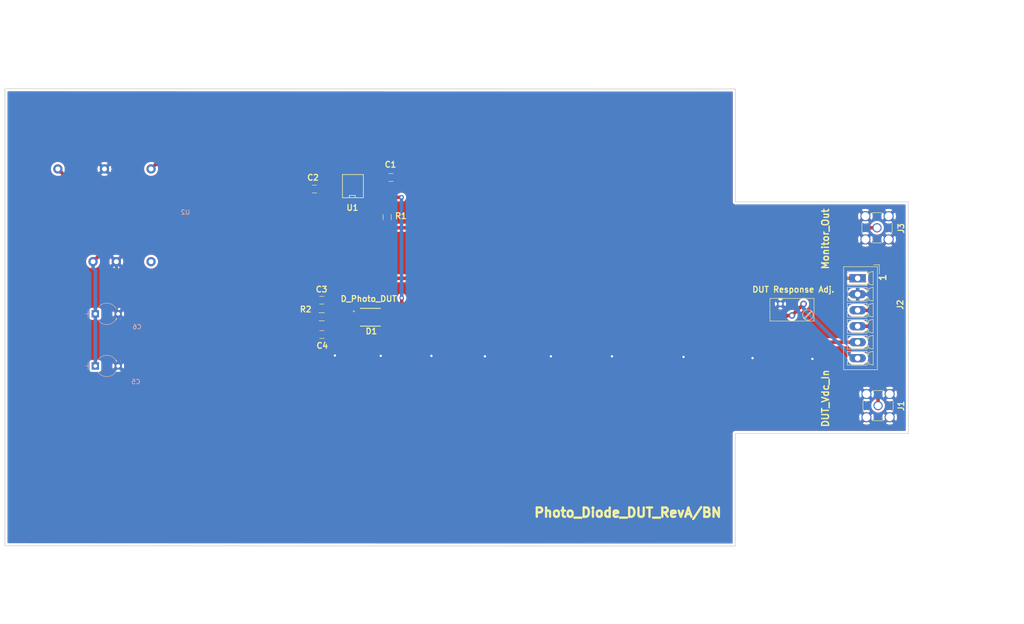
<source format=kicad_pcb>
(kicad_pcb (version 20171130) (host pcbnew "(5.0.1)-4")

  (general
    (thickness 1.6)
    (drawings 17)
    (tracks 87)
    (zones 0)
    (modules 15)
    (nets 11)
  )

  (page A4)
  (layers
    (0 F.Cu signal)
    (31 B.Cu signal)
    (32 B.Adhes user)
    (33 F.Adhes user)
    (34 B.Paste user)
    (35 F.Paste user)
    (36 B.SilkS user)
    (37 F.SilkS user)
    (38 B.Mask user)
    (39 F.Mask user)
    (40 Dwgs.User user)
    (41 Cmts.User user)
    (42 Eco1.User user)
    (43 Eco2.User user)
    (44 Edge.Cuts user)
    (45 Margin user)
    (46 B.CrtYd user)
    (47 F.CrtYd user)
    (48 B.Fab user)
    (49 F.Fab user)
  )

  (setup
    (last_trace_width 0.762)
    (trace_clearance 0.2)
    (zone_clearance 0.508)
    (zone_45_only no)
    (trace_min 0.2)
    (segment_width 0.2)
    (edge_width 0.15)
    (via_size 1.016)
    (via_drill 0.508)
    (via_min_size 0.4)
    (via_min_drill 0.3)
    (uvia_size 0.3)
    (uvia_drill 0.1)
    (uvias_allowed no)
    (uvia_min_size 0.2)
    (uvia_min_drill 0.1)
    (pcb_text_width 0.3)
    (pcb_text_size 1.5 1.5)
    (mod_edge_width 0.15)
    (mod_text_size 1 1)
    (mod_text_width 0.15)
    (pad_size 1.524 1.524)
    (pad_drill 0.762)
    (pad_to_mask_clearance 0.051)
    (solder_mask_min_width 0.25)
    (aux_axis_origin 0 0)
    (visible_elements 7FFFFFFF)
    (pcbplotparams
      (layerselection 0x010fc_ffffffff)
      (usegerberextensions false)
      (usegerberattributes false)
      (usegerberadvancedattributes false)
      (creategerberjobfile false)
      (excludeedgelayer true)
      (linewidth 0.100000)
      (plotframeref false)
      (viasonmask false)
      (mode 1)
      (useauxorigin false)
      (hpglpennumber 1)
      (hpglpenspeed 20)
      (hpglpendiameter 15.000000)
      (psnegative false)
      (psa4output false)
      (plotreference true)
      (plotvalue true)
      (plotinvisibletext false)
      (padsonsilk false)
      (subtractmaskfromsilk false)
      (outputformat 1)
      (mirror false)
      (drillshape 1)
      (scaleselection 1)
      (outputdirectory ""))
  )

  (net 0 "")
  (net 1 -15V)
  (net 2 GND)
  (net 3 +15V)
  (net 4 "Net-(C3-Pad2)")
  (net 5 "Net-(C5-Pad1)")
  (net 6 "Net-(D1-Pad2)")
  (net 7 "Net-(J1-Pad1)")
  (net 8 "Net-(J3-Pad1)")
  (net 9 "Net-(R1-Pad1)")
  (net 10 "Net-(J2-Pad4)")

  (net_class Default "This is the default net class."
    (clearance 0.2)
    (trace_width 0.762)
    (via_dia 1.016)
    (via_drill 0.508)
    (uvia_dia 0.3)
    (uvia_drill 0.1)
    (add_net +15V)
    (add_net -15V)
    (add_net GND)
    (add_net "Net-(C3-Pad2)")
    (add_net "Net-(C5-Pad1)")
    (add_net "Net-(D1-Pad2)")
    (add_net "Net-(J1-Pad1)")
    (add_net "Net-(J2-Pad4)")
    (add_net "Net-(J3-Pad1)")
    (add_net "Net-(R1-Pad1)")
  )

  (module Capacitors_SMD:C_0805_HandSoldering (layer F.Cu) (tedit 5C9A56CB) (tstamp 5C99426A)
    (at 157.1952 49.403)
    (descr "Capacitor SMD 0805, hand soldering")
    (tags "capacitor 0805")
    (path /5C55C0B6)
    (attr smd)
    (fp_text reference C1 (at -0.1216 -2.8194) (layer F.SilkS)
      (effects (font (size 1.27 1.27) (thickness 0.254)))
    )
    (fp_text value .1uf (at 0 1.75) (layer F.Fab)
      (effects (font (size 1 1) (thickness 0.15)))
    )
    (fp_text user %R (at 0 -1.75) (layer F.Fab)
      (effects (font (size 1 1) (thickness 0.15)))
    )
    (fp_line (start -1 0.62) (end -1 -0.62) (layer F.Fab) (width 0.1))
    (fp_line (start 1 0.62) (end -1 0.62) (layer F.Fab) (width 0.1))
    (fp_line (start 1 -0.62) (end 1 0.62) (layer F.Fab) (width 0.1))
    (fp_line (start -1 -0.62) (end 1 -0.62) (layer F.Fab) (width 0.1))
    (fp_line (start 0.5 -0.85) (end -0.5 -0.85) (layer F.SilkS) (width 0.12))
    (fp_line (start -0.5 0.85) (end 0.5 0.85) (layer F.SilkS) (width 0.12))
    (fp_line (start -2.25 -0.88) (end 2.25 -0.88) (layer F.CrtYd) (width 0.05))
    (fp_line (start -2.25 -0.88) (end -2.25 0.87) (layer F.CrtYd) (width 0.05))
    (fp_line (start 2.25 0.87) (end 2.25 -0.88) (layer F.CrtYd) (width 0.05))
    (fp_line (start 2.25 0.87) (end -2.25 0.87) (layer F.CrtYd) (width 0.05))
    (pad 1 smd rect (at -1.25 0) (size 1.5 1.25) (layers F.Cu F.Paste F.Mask)
      (net 1 -15V))
    (pad 2 smd rect (at 1.25 0) (size 1.5 1.25) (layers F.Cu F.Paste F.Mask)
      (net 2 GND))
    (model Capacitors_SMD.3dshapes/C_0805.wrl
      (at (xyz 0 0 0))
      (scale (xyz 1 1 1))
      (rotate (xyz 0 0 0))
    )
  )

  (module Capacitors_SMD:C_0805_HandSoldering (layer F.Cu) (tedit 5C9A572A) (tstamp 5C99427B)
    (at 140.4166 51.943)
    (descr "Capacitor SMD 0805, hand soldering")
    (tags "capacitor 0805")
    (path /5C55C158)
    (attr smd)
    (fp_text reference C2 (at -0.3102 -2.5146) (layer F.SilkS)
      (effects (font (size 1.27 1.27) (thickness 0.254)))
    )
    (fp_text value .1uf (at 0 1.75) (layer F.Fab)
      (effects (font (size 1 1) (thickness 0.15)))
    )
    (fp_line (start 2.25 0.87) (end -2.25 0.87) (layer F.CrtYd) (width 0.05))
    (fp_line (start 2.25 0.87) (end 2.25 -0.88) (layer F.CrtYd) (width 0.05))
    (fp_line (start -2.25 -0.88) (end -2.25 0.87) (layer F.CrtYd) (width 0.05))
    (fp_line (start -2.25 -0.88) (end 2.25 -0.88) (layer F.CrtYd) (width 0.05))
    (fp_line (start -0.5 0.85) (end 0.5 0.85) (layer F.SilkS) (width 0.12))
    (fp_line (start 0.5 -0.85) (end -0.5 -0.85) (layer F.SilkS) (width 0.12))
    (fp_line (start -1 -0.62) (end 1 -0.62) (layer F.Fab) (width 0.1))
    (fp_line (start 1 -0.62) (end 1 0.62) (layer F.Fab) (width 0.1))
    (fp_line (start 1 0.62) (end -1 0.62) (layer F.Fab) (width 0.1))
    (fp_line (start -1 0.62) (end -1 -0.62) (layer F.Fab) (width 0.1))
    (fp_text user %R (at 0 -1.75) (layer F.Fab)
      (effects (font (size 1 1) (thickness 0.15)))
    )
    (pad 2 smd rect (at 1.25 0) (size 1.5 1.25) (layers F.Cu F.Paste F.Mask)
      (net 3 +15V))
    (pad 1 smd rect (at -1.25 0) (size 1.5 1.25) (layers F.Cu F.Paste F.Mask)
      (net 2 GND))
    (model Capacitors_SMD.3dshapes/C_0805.wrl
      (at (xyz 0 0 0))
      (scale (xyz 1 1 1))
      (rotate (xyz 0 0 0))
    )
  )

  (module Capacitors_SMD:C_0805_HandSoldering (layer F.Cu) (tedit 5C9A5742) (tstamp 5C99428C)
    (at 142.0314 76.2762)
    (descr "Capacitor SMD 0805, hand soldering")
    (tags "capacitor 0805")
    (path /5C55FD91)
    (attr smd)
    (fp_text reference C3 (at -0.0454 -2.3622) (layer F.SilkS)
      (effects (font (size 1.27 1.27) (thickness 0.254)))
    )
    (fp_text value 1pf (at 0 1.75) (layer F.Fab)
      (effects (font (size 1 1) (thickness 0.15)))
    )
    (fp_text user %R (at 0 -1.75) (layer F.Fab)
      (effects (font (size 1 1) (thickness 0.15)))
    )
    (fp_line (start -1 0.62) (end -1 -0.62) (layer F.Fab) (width 0.1))
    (fp_line (start 1 0.62) (end -1 0.62) (layer F.Fab) (width 0.1))
    (fp_line (start 1 -0.62) (end 1 0.62) (layer F.Fab) (width 0.1))
    (fp_line (start -1 -0.62) (end 1 -0.62) (layer F.Fab) (width 0.1))
    (fp_line (start 0.5 -0.85) (end -0.5 -0.85) (layer F.SilkS) (width 0.12))
    (fp_line (start -0.5 0.85) (end 0.5 0.85) (layer F.SilkS) (width 0.12))
    (fp_line (start -2.25 -0.88) (end 2.25 -0.88) (layer F.CrtYd) (width 0.05))
    (fp_line (start -2.25 -0.88) (end -2.25 0.87) (layer F.CrtYd) (width 0.05))
    (fp_line (start 2.25 0.87) (end 2.25 -0.88) (layer F.CrtYd) (width 0.05))
    (fp_line (start 2.25 0.87) (end -2.25 0.87) (layer F.CrtYd) (width 0.05))
    (pad 1 smd rect (at -1.25 0) (size 1.5 1.25) (layers F.Cu F.Paste F.Mask)
      (net 2 GND))
    (pad 2 smd rect (at 1.25 0) (size 1.5 1.25) (layers F.Cu F.Paste F.Mask)
      (net 4 "Net-(C3-Pad2)"))
    (model Capacitors_SMD.3dshapes/C_0805.wrl
      (at (xyz 0 0 0))
      (scale (xyz 1 1 1))
      (rotate (xyz 0 0 0))
    )
  )

  (module Capacitors_SMD:C_0805_HandSoldering (layer F.Cu) (tedit 5C9A5764) (tstamp 5C99429D)
    (at 142.0568 83.7946 180)
    (descr "Capacitor SMD 0805, hand soldering")
    (tags "capacitor 0805")
    (path /5C557444)
    (attr smd)
    (fp_text reference C4 (at -0.0816 -2.4384 180) (layer F.SilkS)
      (effects (font (size 1.27 1.27) (thickness 0.254)))
    )
    (fp_text value 1pf (at 0 1.75 180) (layer F.Fab)
      (effects (font (size 1 1) (thickness 0.15)))
    )
    (fp_line (start 2.25 0.87) (end -2.25 0.87) (layer F.CrtYd) (width 0.05))
    (fp_line (start 2.25 0.87) (end 2.25 -0.88) (layer F.CrtYd) (width 0.05))
    (fp_line (start -2.25 -0.88) (end -2.25 0.87) (layer F.CrtYd) (width 0.05))
    (fp_line (start -2.25 -0.88) (end 2.25 -0.88) (layer F.CrtYd) (width 0.05))
    (fp_line (start -0.5 0.85) (end 0.5 0.85) (layer F.SilkS) (width 0.12))
    (fp_line (start 0.5 -0.85) (end -0.5 -0.85) (layer F.SilkS) (width 0.12))
    (fp_line (start -1 -0.62) (end 1 -0.62) (layer F.Fab) (width 0.1))
    (fp_line (start 1 -0.62) (end 1 0.62) (layer F.Fab) (width 0.1))
    (fp_line (start 1 0.62) (end -1 0.62) (layer F.Fab) (width 0.1))
    (fp_line (start -1 0.62) (end -1 -0.62) (layer F.Fab) (width 0.1))
    (fp_text user %R (at 0 -1.75 180) (layer F.Fab)
      (effects (font (size 1 1) (thickness 0.15)))
    )
    (pad 2 smd rect (at 1.25 0 180) (size 1.5 1.25) (layers F.Cu F.Paste F.Mask)
      (net 2 GND))
    (pad 1 smd rect (at -1.25 0 180) (size 1.5 1.25) (layers F.Cu F.Paste F.Mask)
      (net 4 "Net-(C3-Pad2)"))
    (model Capacitors_SMD.3dshapes/C_0805.wrl
      (at (xyz 0 0 0))
      (scale (xyz 1 1 1))
      (rotate (xyz 0 0 0))
    )
  )

  (module Capacitors_THT:CP_Radial_Tantal_D4.5mm_P5.00mm (layer B.Cu) (tedit 597C781B) (tstamp 5C9942AF)
    (at 92.456 90.678)
    (descr "CP, Radial_Tantal series, Radial, pin pitch=5.00mm, , diameter=4.5mm, Tantal Electrolytic Capacitor, http://cdn-reichelt.de/documents/datenblatt/B300/TANTAL-TB-Serie%23.pdf")
    (tags "CP Radial_Tantal series Radial pin pitch 5.00mm  diameter 4.5mm Tantal Electrolytic Capacitor")
    (path /5C9AA150)
    (fp_text reference C5 (at 8.8646 3.4544) (layer B.SilkS)
      (effects (font (size 1 1) (thickness 0.15)) (justify mirror))
    )
    (fp_text value 6.8uf (at 9.0678 -3.1242) (layer B.Fab)
      (effects (font (size 1 1) (thickness 0.15)) (justify mirror))
    )
    (fp_arc (start 2.5 0) (end 0.479307 1.18) (angle -119.4) (layer B.SilkS) (width 0.12))
    (fp_arc (start 2.5 0) (end 0.479307 -1.18) (angle 119.4) (layer B.SilkS) (width 0.12))
    (fp_circle (center 2.5 0) (end 4.75 0) (layer B.Fab) (width 0.1))
    (fp_line (start -2.2 0) (end -1 0) (layer B.Fab) (width 0.1))
    (fp_line (start -1.6 0.65) (end -1.6 -0.65) (layer B.Fab) (width 0.1))
    (fp_line (start -2.2 0) (end -1 0) (layer B.SilkS) (width 0.12))
    (fp_line (start -1.6 0.65) (end -1.6 -0.65) (layer B.SilkS) (width 0.12))
    (fp_line (start -1.05 2.6) (end -1.05 -2.6) (layer B.CrtYd) (width 0.05))
    (fp_line (start -1.05 -2.6) (end 6.05 -2.6) (layer B.CrtYd) (width 0.05))
    (fp_line (start 6.05 -2.6) (end 6.05 2.6) (layer B.CrtYd) (width 0.05))
    (fp_line (start 6.05 2.6) (end -1.05 2.6) (layer B.CrtYd) (width 0.05))
    (fp_text user %R (at 8.763 -0.0254) (layer B.Fab)
      (effects (font (size 1 1) (thickness 0.15)) (justify mirror))
    )
    (pad 1 thru_hole rect (at 0 0) (size 1.6 1.6) (drill 0.8) (layers *.Cu *.Mask)
      (net 5 "Net-(C5-Pad1)"))
    (pad 2 thru_hole circle (at 5 0) (size 1.6 1.6) (drill 0.8) (layers *.Cu *.Mask)
      (net 2 GND))
    (model ${KISYS3DMOD}/Capacitors_THT.3dshapes/CP_Radial_Tantal_D4.5mm_P5.00mm.wrl
      (at (xyz 0 0 0))
      (scale (xyz 1 1 1))
      (rotate (xyz 0 0 0))
    )
  )

  (module Capacitors_THT:CP_Radial_Tantal_D4.5mm_P5.00mm (layer B.Cu) (tedit 597C781B) (tstamp 5C9942C1)
    (at 92.456 79.270144)
    (descr "CP, Radial_Tantal series, Radial, pin pitch=5.00mm, , diameter=4.5mm, Tantal Electrolytic Capacitor, http://cdn-reichelt.de/documents/datenblatt/B300/TANTAL-TB-Serie%23.pdf")
    (tags "CP Radial_Tantal series Radial pin pitch 5.00mm  diameter 4.5mm Tantal Electrolytic Capacitor")
    (path /5C9AA1F8)
    (fp_text reference C6 (at 9.1186 2.848056) (layer B.SilkS)
      (effects (font (size 1 1) (thickness 0.15)) (justify mirror))
    )
    (fp_text value 6.8uf (at 8.9154 -2.587544) (layer B.Fab)
      (effects (font (size 1 1) (thickness 0.15)) (justify mirror))
    )
    (fp_text user %R (at 8.9408 0.003256) (layer B.Fab)
      (effects (font (size 1 1) (thickness 0.15)) (justify mirror))
    )
    (fp_line (start 6.05 2.6) (end -1.05 2.6) (layer B.CrtYd) (width 0.05))
    (fp_line (start 6.05 -2.6) (end 6.05 2.6) (layer B.CrtYd) (width 0.05))
    (fp_line (start -1.05 -2.6) (end 6.05 -2.6) (layer B.CrtYd) (width 0.05))
    (fp_line (start -1.05 2.6) (end -1.05 -2.6) (layer B.CrtYd) (width 0.05))
    (fp_line (start -1.6 0.65) (end -1.6 -0.65) (layer B.SilkS) (width 0.12))
    (fp_line (start -2.2 0) (end -1 0) (layer B.SilkS) (width 0.12))
    (fp_line (start -1.6 0.65) (end -1.6 -0.65) (layer B.Fab) (width 0.1))
    (fp_line (start -2.2 0) (end -1 0) (layer B.Fab) (width 0.1))
    (fp_circle (center 2.5 0) (end 4.75 0) (layer B.Fab) (width 0.1))
    (fp_arc (start 2.5 0) (end 0.479307 -1.18) (angle 119.4) (layer B.SilkS) (width 0.12))
    (fp_arc (start 2.5 0) (end 0.479307 1.18) (angle -119.4) (layer B.SilkS) (width 0.12))
    (pad 2 thru_hole circle (at 5 0) (size 1.6 1.6) (drill 0.8) (layers *.Cu *.Mask)
      (net 2 GND))
    (pad 1 thru_hole rect (at 0 0) (size 1.6 1.6) (drill 0.8) (layers *.Cu *.Mask)
      (net 5 "Net-(C5-Pad1)"))
    (model ${KISYS3DMOD}/Capacitors_THT.3dshapes/CP_Radial_Tantal_D4.5mm_P5.00mm.wrl
      (at (xyz 0 0 0))
      (scale (xyz 1 1 1))
      (rotate (xyz 0 0 0))
    )
  )

  (module VEMD2000:vemd2000 (layer F.Cu) (tedit 5C9A578D) (tstamp 5C9942D8)
    (at 152.654 80.01)
    (tags "photo diode")
    (path /5C5578C1)
    (attr smd)
    (fp_text reference D1 (at 0.2286 3.0734) (layer F.SilkS)
      (effects (font (size 1.27 1.27) (thickness 0.254)))
    )
    (fp_text value D_Photo_DUT (at -0.3556 -4.0386) (layer F.SilkS)
      (effects (font (size 1.27 1.27) (thickness 0.254)))
    )
    (fp_line (start -0.2 0) (end -0.6 0) (layer Eco2.User) (width 0.2))
    (fp_line (start 0.4 0) (end 0.8 0) (layer Eco2.User) (width 0.2))
    (fp_line (start -0.2 0) (end -0.2 0.6) (layer Eco2.User) (width 0.2))
    (fp_line (start -0.2 -0.6) (end -0.2 0) (layer Eco2.User) (width 0.2))
    (fp_line (start -0.2 0) (end 0.4 -0.6) (layer Eco2.User) (width 0.2))
    (fp_line (start 0.4 0.6) (end -0.2 0) (layer Eco2.User) (width 0.2))
    (fp_line (start 0.4 0) (end 0.4 0.6) (layer Eco2.User) (width 0.2))
    (fp_line (start 0.4 -0.6) (end 0.4 0) (layer Eco2.User) (width 0.2))
    (fp_circle (center -3.6 -1.3) (end -3.45 -1.3) (layer F.SilkS) (width 0.1))
    (fp_line (start -3.95 2.25) (end -3.95 -2.25) (layer Eco1.User) (width 0.05))
    (fp_line (start 3.95 2.25) (end -3.95 2.25) (layer Eco1.User) (width 0.05))
    (fp_line (start 3.95 -2.25) (end 3.95 2.25) (layer Eco1.User) (width 0.05))
    (fp_line (start -3.95 -2.25) (end 3.95 -2.25) (layer Eco1.User) (width 0.05))
    (fp_line (start -2.2 1.95) (end -2.2 -1.95) (layer Eco2.User) (width 0.2))
    (fp_line (start 2.2 1.95) (end -2.2 1.95) (layer F.SilkS) (width 0.2))
    (fp_line (start 2.2 -1.95) (end 2.2 1.95) (layer Eco2.User) (width 0.2))
    (fp_line (start -2.2 -1.95) (end 2.2 -1.95) (layer F.SilkS) (width 0.2))
    (pad 2 smd rect (at 2.95 0) (size 1.5 1.8) (layers F.Cu F.Paste F.Mask)
      (net 6 "Net-(D1-Pad2)"))
    (pad 1 smd rect (at -2.95 0) (size 1.5 1.8) (layers F.Cu F.Paste F.Mask)
      (net 4 "Net-(C3-Pad2)"))
  )

  (module Connectors:SMA_THT_Jack_Straight (layer F.Cu) (tedit 5C9A58B7) (tstamp 5C994300)
    (at 263.8298 99.3648 90)
    (descr "SMA pcb through hole jack")
    (tags "SMA THT Jack Straight")
    (path /5C55848A)
    (fp_text reference J1 (at -0.0762 5.0292 90) (layer F.SilkS)
      (effects (font (size 1.27 1.27) (thickness 0.254)))
    )
    (fp_text value VDC_In (at 0 5 90) (layer F.Fab)
      (effects (font (size 1 1) (thickness 0.15)))
    )
    (fp_line (start 2.03 3.05) (end 3.05 3.05) (layer F.Fab) (width 0.1))
    (fp_line (start 3.05 2.03) (end 3.05 3.05) (layer F.Fab) (width 0.1))
    (fp_line (start -3.05 3.05) (end -3.05 2.03) (layer F.Fab) (width 0.1))
    (fp_line (start -3.05 3.05) (end -2.03 3.05) (layer F.Fab) (width 0.1))
    (fp_line (start -3.05 -3.05) (end -2.03 -3.05) (layer F.Fab) (width 0.1))
    (fp_line (start -3.05 -3.05) (end -3.05 -2.03) (layer F.Fab) (width 0.1))
    (fp_line (start 3.05 -3.05) (end 3.05 -2.03) (layer F.Fab) (width 0.1))
    (fp_circle (center 0 0) (end 0.635 0) (layer F.Fab) (width 0.1))
    (fp_circle (center 0 0) (end 2.04 0) (layer F.Fab) (width 0.1))
    (fp_line (start 4.14 4.14) (end -4.14 4.14) (layer F.CrtYd) (width 0.05))
    (fp_line (start 4.14 4.14) (end 4.14 -4.14) (layer F.CrtYd) (width 0.05))
    (fp_line (start -4.14 -4.14) (end -4.14 4.14) (layer F.CrtYd) (width 0.05))
    (fp_line (start -4.14 -4.14) (end 4.14 -4.14) (layer F.CrtYd) (width 0.05))
    (fp_line (start 2.03 2.03) (end 2.03 3.05) (layer F.Fab) (width 0.1))
    (fp_line (start 3.05 2.03) (end 2.03 2.03) (layer F.Fab) (width 0.1))
    (fp_line (start 2.03 -2.03) (end 3.05 -2.03) (layer F.Fab) (width 0.1))
    (fp_line (start 2.03 -3.05) (end 2.03 -2.03) (layer F.Fab) (width 0.1))
    (fp_line (start -3.05 2.03) (end -2.03 2.03) (layer F.Fab) (width 0.1))
    (fp_line (start -2.03 2.03) (end -2.03 3.05) (layer F.Fab) (width 0.1))
    (fp_line (start -3.05 -2.03) (end -2.03 -2.03) (layer F.Fab) (width 0.1))
    (fp_line (start -2.03 -3.05) (end -2.03 -2.03) (layer F.Fab) (width 0.1))
    (fp_line (start -3.17 -3.17) (end 3.17 -3.17) (layer F.Fab) (width 0.1))
    (fp_line (start -3.17 -3.17) (end -3.17 3.17) (layer F.Fab) (width 0.1))
    (fp_line (start -3.17 3.17) (end 3.17 3.17) (layer F.Fab) (width 0.1))
    (fp_line (start 3.17 -3.17) (end 3.17 3.17) (layer F.Fab) (width 0.1))
    (fp_line (start -3.3 -1) (end -3.3 1) (layer F.SilkS) (width 0.12))
    (fp_line (start 3.3 -1) (end 3.3 1) (layer F.SilkS) (width 0.12))
    (fp_text user %R (at 0 -5 90) (layer F.Fab)
      (effects (font (size 1 1) (thickness 0.15)))
    )
    (fp_line (start -1 3.3) (end 1 3.3) (layer F.SilkS) (width 0.12))
    (fp_line (start -1 -3.3) (end 1 -3.3) (layer F.SilkS) (width 0.12))
    (fp_line (start 2.03 -3.05) (end 3.05 -3.05) (layer F.Fab) (width 0.1))
    (pad 1 thru_hole circle (at 0 0 90) (size 2 2) (drill 1.5) (layers *.Cu *.Mask)
      (net 7 "Net-(J1-Pad1)"))
    (pad 2 thru_hole circle (at 2.54 2.54 90) (size 2.2 2.2) (drill 1.7) (layers *.Cu *.Mask)
      (net 2 GND))
    (pad 2 thru_hole circle (at 2.54 -2.54 90) (size 2.2 2.2) (drill 1.7) (layers *.Cu *.Mask)
      (net 2 GND))
    (pad 2 thru_hole circle (at -2.54 -2.54 90) (size 2.2 2.2) (drill 1.7) (layers *.Cu *.Mask)
      (net 2 GND))
    (pad 2 thru_hole circle (at -2.54 2.54 90) (size 2.2 2.2) (drill 1.7) (layers *.Cu *.Mask)
      (net 2 GND))
  )

  (module Connectors_Phoenix:PhoenixContact_MCV-G_06x3.50mm_Vertical (layer F.Cu) (tedit 5C9A58A5) (tstamp 5C99436F)
    (at 259.3594 71.4756 270)
    (descr "Generic Phoenix Contact connector footprint for series: MCV-G; number of pins: 06; pin pitch: 3.50mm; Vertical || order number: 1843648 8A 160V")
    (tags "phoenix_contact connector MCV_01x06_G_3.5mm")
    (path /5C58D8E7)
    (fp_text reference J2 (at 5.7912 -9.3218 270) (layer F.SilkS)
      (effects (font (size 1.27 1.27) (thickness 0.254)))
    )
    (fp_text value "6   5   4   3   2   1" (at 8.763 -4.3688 270) (layer F.Fab)
      (effects (font (size 1 1) (thickness 0.15)))
    )
    (fp_text user %R (at 4.9784 -6.6294 270) (layer F.Fab)
      (effects (font (size 1 1) (thickness 0.15)))
    )
    (fp_line (start -2.95 -4.75) (end -0.95 -4.75) (layer F.Fab) (width 0.1))
    (fp_line (start -2.95 -3.5) (end -2.95 -4.75) (layer F.Fab) (width 0.1))
    (fp_line (start -2.95 -4.75) (end -0.95 -4.75) (layer F.SilkS) (width 0.12))
    (fp_line (start -2.95 -3.5) (end -2.95 -4.75) (layer F.SilkS) (width 0.12))
    (fp_line (start 20.45 -4.75) (end -2.95 -4.75) (layer F.CrtYd) (width 0.05))
    (fp_line (start 20.45 3.5) (end 20.45 -4.75) (layer F.CrtYd) (width 0.05))
    (fp_line (start -2.95 3.5) (end 20.45 3.5) (layer F.CrtYd) (width 0.05))
    (fp_line (start -2.95 -4.75) (end -2.95 3.5) (layer F.CrtYd) (width 0.05))
    (fp_line (start 19 2.25) (end 18.25 2.25) (layer F.SilkS) (width 0.12))
    (fp_line (start 19 -2.05) (end 19 2.25) (layer F.SilkS) (width 0.12))
    (fp_line (start 18.25 -2.05) (end 19 -2.05) (layer F.SilkS) (width 0.12))
    (fp_line (start 18.25 -2.4) (end 18.25 -2.05) (layer F.SilkS) (width 0.12))
    (fp_line (start 18.75 -2.4) (end 18.25 -2.4) (layer F.SilkS) (width 0.12))
    (fp_line (start 19 -3.4) (end 18.75 -2.4) (layer F.SilkS) (width 0.12))
    (fp_line (start 16 -3.4) (end 19 -3.4) (layer F.SilkS) (width 0.12))
    (fp_line (start 16.25 -2.4) (end 16 -3.4) (layer F.SilkS) (width 0.12))
    (fp_line (start 16.75 -2.4) (end 16.25 -2.4) (layer F.SilkS) (width 0.12))
    (fp_line (start 16.75 -2.05) (end 16.75 -2.4) (layer F.SilkS) (width 0.12))
    (fp_line (start 16 -2.05) (end 16.75 -2.05) (layer F.SilkS) (width 0.12))
    (fp_line (start 16 2.25) (end 16 -2.05) (layer F.SilkS) (width 0.12))
    (fp_line (start 16.75 2.25) (end 16 2.25) (layer F.SilkS) (width 0.12))
    (fp_line (start 15.5 2.25) (end 14.75 2.25) (layer F.SilkS) (width 0.12))
    (fp_line (start 15.5 -2.05) (end 15.5 2.25) (layer F.SilkS) (width 0.12))
    (fp_line (start 14.75 -2.05) (end 15.5 -2.05) (layer F.SilkS) (width 0.12))
    (fp_line (start 14.75 -2.4) (end 14.75 -2.05) (layer F.SilkS) (width 0.12))
    (fp_line (start 15.25 -2.4) (end 14.75 -2.4) (layer F.SilkS) (width 0.12))
    (fp_line (start 15.5 -3.4) (end 15.25 -2.4) (layer F.SilkS) (width 0.12))
    (fp_line (start 12.5 -3.4) (end 15.5 -3.4) (layer F.SilkS) (width 0.12))
    (fp_line (start 12.75 -2.4) (end 12.5 -3.4) (layer F.SilkS) (width 0.12))
    (fp_line (start 13.25 -2.4) (end 12.75 -2.4) (layer F.SilkS) (width 0.12))
    (fp_line (start 13.25 -2.05) (end 13.25 -2.4) (layer F.SilkS) (width 0.12))
    (fp_line (start 12.5 -2.05) (end 13.25 -2.05) (layer F.SilkS) (width 0.12))
    (fp_line (start 12.5 2.25) (end 12.5 -2.05) (layer F.SilkS) (width 0.12))
    (fp_line (start 13.25 2.25) (end 12.5 2.25) (layer F.SilkS) (width 0.12))
    (fp_line (start 12 2.25) (end 11.25 2.25) (layer F.SilkS) (width 0.12))
    (fp_line (start 12 -2.05) (end 12 2.25) (layer F.SilkS) (width 0.12))
    (fp_line (start 11.25 -2.05) (end 12 -2.05) (layer F.SilkS) (width 0.12))
    (fp_line (start 11.25 -2.4) (end 11.25 -2.05) (layer F.SilkS) (width 0.12))
    (fp_line (start 11.75 -2.4) (end 11.25 -2.4) (layer F.SilkS) (width 0.12))
    (fp_line (start 12 -3.4) (end 11.75 -2.4) (layer F.SilkS) (width 0.12))
    (fp_line (start 9 -3.4) (end 12 -3.4) (layer F.SilkS) (width 0.12))
    (fp_line (start 9.25 -2.4) (end 9 -3.4) (layer F.SilkS) (width 0.12))
    (fp_line (start 9.75 -2.4) (end 9.25 -2.4) (layer F.SilkS) (width 0.12))
    (fp_line (start 9.75 -2.05) (end 9.75 -2.4) (layer F.SilkS) (width 0.12))
    (fp_line (start 9 -2.05) (end 9.75 -2.05) (layer F.SilkS) (width 0.12))
    (fp_line (start 9 2.25) (end 9 -2.05) (layer F.SilkS) (width 0.12))
    (fp_line (start 9.75 2.25) (end 9 2.25) (layer F.SilkS) (width 0.12))
    (fp_line (start 8.5 2.25) (end 7.75 2.25) (layer F.SilkS) (width 0.12))
    (fp_line (start 8.5 -2.05) (end 8.5 2.25) (layer F.SilkS) (width 0.12))
    (fp_line (start 7.75 -2.05) (end 8.5 -2.05) (layer F.SilkS) (width 0.12))
    (fp_line (start 7.75 -2.4) (end 7.75 -2.05) (layer F.SilkS) (width 0.12))
    (fp_line (start 8.25 -2.4) (end 7.75 -2.4) (layer F.SilkS) (width 0.12))
    (fp_line (start 8.5 -3.4) (end 8.25 -2.4) (layer F.SilkS) (width 0.12))
    (fp_line (start 5.5 -3.4) (end 8.5 -3.4) (layer F.SilkS) (width 0.12))
    (fp_line (start 5.75 -2.4) (end 5.5 -3.4) (layer F.SilkS) (width 0.12))
    (fp_line (start 6.25 -2.4) (end 5.75 -2.4) (layer F.SilkS) (width 0.12))
    (fp_line (start 6.25 -2.05) (end 6.25 -2.4) (layer F.SilkS) (width 0.12))
    (fp_line (start 5.5 -2.05) (end 6.25 -2.05) (layer F.SilkS) (width 0.12))
    (fp_line (start 5.5 2.25) (end 5.5 -2.05) (layer F.SilkS) (width 0.12))
    (fp_line (start 6.25 2.25) (end 5.5 2.25) (layer F.SilkS) (width 0.12))
    (fp_line (start 5 2.25) (end 4.25 2.25) (layer F.SilkS) (width 0.12))
    (fp_line (start 5 -2.05) (end 5 2.25) (layer F.SilkS) (width 0.12))
    (fp_line (start 4.25 -2.05) (end 5 -2.05) (layer F.SilkS) (width 0.12))
    (fp_line (start 4.25 -2.4) (end 4.25 -2.05) (layer F.SilkS) (width 0.12))
    (fp_line (start 4.75 -2.4) (end 4.25 -2.4) (layer F.SilkS) (width 0.12))
    (fp_line (start 5 -3.4) (end 4.75 -2.4) (layer F.SilkS) (width 0.12))
    (fp_line (start 2 -3.4) (end 5 -3.4) (layer F.SilkS) (width 0.12))
    (fp_line (start 2.25 -2.4) (end 2 -3.4) (layer F.SilkS) (width 0.12))
    (fp_line (start 2.75 -2.4) (end 2.25 -2.4) (layer F.SilkS) (width 0.12))
    (fp_line (start 2.75 -2.05) (end 2.75 -2.4) (layer F.SilkS) (width 0.12))
    (fp_line (start 2 -2.05) (end 2.75 -2.05) (layer F.SilkS) (width 0.12))
    (fp_line (start 2 2.25) (end 2 -2.05) (layer F.SilkS) (width 0.12))
    (fp_line (start 2.75 2.25) (end 2 2.25) (layer F.SilkS) (width 0.12))
    (fp_line (start 1.5 2.25) (end 0.75 2.25) (layer F.SilkS) (width 0.12))
    (fp_line (start 1.5 -2.05) (end 1.5 2.25) (layer F.SilkS) (width 0.12))
    (fp_line (start 0.75 -2.05) (end 1.5 -2.05) (layer F.SilkS) (width 0.12))
    (fp_line (start 0.75 -2.4) (end 0.75 -2.05) (layer F.SilkS) (width 0.12))
    (fp_line (start 1.25 -2.4) (end 0.75 -2.4) (layer F.SilkS) (width 0.12))
    (fp_line (start 1.5 -3.4) (end 1.25 -2.4) (layer F.SilkS) (width 0.12))
    (fp_line (start -1.5 -3.4) (end 1.5 -3.4) (layer F.SilkS) (width 0.12))
    (fp_line (start -1.25 -2.4) (end -1.5 -3.4) (layer F.SilkS) (width 0.12))
    (fp_line (start -0.75 -2.4) (end -1.25 -2.4) (layer F.SilkS) (width 0.12))
    (fp_line (start -0.75 -2.05) (end -0.75 -2.4) (layer F.SilkS) (width 0.12))
    (fp_line (start -1.5 -2.05) (end -0.75 -2.05) (layer F.SilkS) (width 0.12))
    (fp_line (start -1.5 2.25) (end -1.5 -2.05) (layer F.SilkS) (width 0.12))
    (fp_line (start -0.75 2.25) (end -1.5 2.25) (layer F.SilkS) (width 0.12))
    (fp_line (start 19.95 -4.25) (end -2.45 -4.25) (layer F.Fab) (width 0.1))
    (fp_line (start 19.95 3) (end 19.95 -4.25) (layer F.Fab) (width 0.1))
    (fp_line (start -2.45 3) (end 19.95 3) (layer F.Fab) (width 0.1))
    (fp_line (start -2.45 -4.25) (end -2.45 3) (layer F.Fab) (width 0.1))
    (fp_line (start 20.03 -4.33) (end -2.53 -4.33) (layer F.SilkS) (width 0.12))
    (fp_line (start 20.03 3.08) (end 20.03 -4.33) (layer F.SilkS) (width 0.12))
    (fp_line (start -2.53 3.08) (end 20.03 3.08) (layer F.SilkS) (width 0.12))
    (fp_line (start -2.53 -4.33) (end -2.53 3.08) (layer F.SilkS) (width 0.12))
    (fp_arc (start 17.5 3.95) (end 16.75 2.25) (angle 47.6) (layer F.SilkS) (width 0.12))
    (fp_arc (start 14 3.95) (end 13.25 2.25) (angle 47.6) (layer F.SilkS) (width 0.12))
    (fp_arc (start 10.5 3.95) (end 9.75 2.25) (angle 47.6) (layer F.SilkS) (width 0.12))
    (fp_arc (start 7 3.95) (end 6.25 2.25) (angle 47.6) (layer F.SilkS) (width 0.12))
    (fp_arc (start 3.5 3.95) (end 2.75 2.25) (angle 47.6) (layer F.SilkS) (width 0.12))
    (fp_arc (start 0 3.95) (end -0.75 2.25) (angle 47.6) (layer F.SilkS) (width 0.12))
    (pad 6 thru_hole oval (at 17.5 0 270) (size 1.8 3.6) (drill 1.2) (layers *.Cu *.Mask)
      (net 6 "Net-(D1-Pad2)"))
    (pad 5 thru_hole oval (at 14 0 270) (size 1.8 3.6) (drill 1.2) (layers *.Cu *.Mask)
      (net 4 "Net-(C3-Pad2)"))
    (pad 4 thru_hole oval (at 10.5 0 270) (size 1.8 3.6) (drill 1.2) (layers *.Cu *.Mask)
      (net 10 "Net-(J2-Pad4)"))
    (pad 3 thru_hole oval (at 7 0 270) (size 1.8 3.6) (drill 1.2) (layers *.Cu *.Mask)
      (net 7 "Net-(J1-Pad1)"))
    (pad 2 thru_hole oval (at 3.5 0 270) (size 1.8 3.6) (drill 1.2) (layers *.Cu *.Mask)
      (net 2 GND))
    (pad 1 thru_hole rect (at 0 0 270) (size 1.8 3.6) (drill 1.2) (layers *.Cu *.Mask)
      (net 5 "Net-(C5-Pad1)"))
    (model ${KISYS3DMOD}/Connectors_Phoenix.3dshapes/PhoenixContact_MCV-G_06x3.50mm_Vertical.wrl
      (at (xyz 0 0 0))
      (scale (xyz 1 1 1))
      (rotate (xyz 0 0 0))
    )
  )

  (module Connectors:SMA_THT_Jack_Straight (layer F.Cu) (tedit 5C9A5892) (tstamp 5C994397)
    (at 263.6012 60.4266 90)
    (descr "SMA pcb through hole jack")
    (tags "SMA THT Jack Straight")
    (path /5C98F925)
    (fp_text reference J3 (at -0.127 5.2578 90) (layer F.SilkS)
      (effects (font (size 1.27 1.27) (thickness 0.254)))
    )
    (fp_text value Monitor_Out (at 0 5 90) (layer F.Fab)
      (effects (font (size 1 1) (thickness 0.15)))
    )
    (fp_line (start 2.03 -3.05) (end 3.05 -3.05) (layer F.Fab) (width 0.1))
    (fp_line (start -1 -3.3) (end 1 -3.3) (layer F.SilkS) (width 0.12))
    (fp_line (start -1 3.3) (end 1 3.3) (layer F.SilkS) (width 0.12))
    (fp_text user %R (at 0 -5 90) (layer F.Fab)
      (effects (font (size 1 1) (thickness 0.15)))
    )
    (fp_line (start 3.3 -1) (end 3.3 1) (layer F.SilkS) (width 0.12))
    (fp_line (start -3.3 -1) (end -3.3 1) (layer F.SilkS) (width 0.12))
    (fp_line (start 3.17 -3.17) (end 3.17 3.17) (layer F.Fab) (width 0.1))
    (fp_line (start -3.17 3.17) (end 3.17 3.17) (layer F.Fab) (width 0.1))
    (fp_line (start -3.17 -3.17) (end -3.17 3.17) (layer F.Fab) (width 0.1))
    (fp_line (start -3.17 -3.17) (end 3.17 -3.17) (layer F.Fab) (width 0.1))
    (fp_line (start -2.03 -3.05) (end -2.03 -2.03) (layer F.Fab) (width 0.1))
    (fp_line (start -3.05 -2.03) (end -2.03 -2.03) (layer F.Fab) (width 0.1))
    (fp_line (start -2.03 2.03) (end -2.03 3.05) (layer F.Fab) (width 0.1))
    (fp_line (start -3.05 2.03) (end -2.03 2.03) (layer F.Fab) (width 0.1))
    (fp_line (start 2.03 -3.05) (end 2.03 -2.03) (layer F.Fab) (width 0.1))
    (fp_line (start 2.03 -2.03) (end 3.05 -2.03) (layer F.Fab) (width 0.1))
    (fp_line (start 3.05 2.03) (end 2.03 2.03) (layer F.Fab) (width 0.1))
    (fp_line (start 2.03 2.03) (end 2.03 3.05) (layer F.Fab) (width 0.1))
    (fp_line (start -4.14 -4.14) (end 4.14 -4.14) (layer F.CrtYd) (width 0.05))
    (fp_line (start -4.14 -4.14) (end -4.14 4.14) (layer F.CrtYd) (width 0.05))
    (fp_line (start 4.14 4.14) (end 4.14 -4.14) (layer F.CrtYd) (width 0.05))
    (fp_line (start 4.14 4.14) (end -4.14 4.14) (layer F.CrtYd) (width 0.05))
    (fp_circle (center 0 0) (end 2.04 0) (layer F.Fab) (width 0.1))
    (fp_circle (center 0 0) (end 0.635 0) (layer F.Fab) (width 0.1))
    (fp_line (start 3.05 -3.05) (end 3.05 -2.03) (layer F.Fab) (width 0.1))
    (fp_line (start -3.05 -3.05) (end -3.05 -2.03) (layer F.Fab) (width 0.1))
    (fp_line (start -3.05 -3.05) (end -2.03 -3.05) (layer F.Fab) (width 0.1))
    (fp_line (start -3.05 3.05) (end -2.03 3.05) (layer F.Fab) (width 0.1))
    (fp_line (start -3.05 3.05) (end -3.05 2.03) (layer F.Fab) (width 0.1))
    (fp_line (start 3.05 2.03) (end 3.05 3.05) (layer F.Fab) (width 0.1))
    (fp_line (start 2.03 3.05) (end 3.05 3.05) (layer F.Fab) (width 0.1))
    (pad 2 thru_hole circle (at -2.54 2.54 90) (size 2.2 2.2) (drill 1.7) (layers *.Cu *.Mask)
      (net 2 GND))
    (pad 2 thru_hole circle (at -2.54 -2.54 90) (size 2.2 2.2) (drill 1.7) (layers *.Cu *.Mask)
      (net 2 GND))
    (pad 2 thru_hole circle (at 2.54 -2.54 90) (size 2.2 2.2) (drill 1.7) (layers *.Cu *.Mask)
      (net 2 GND))
    (pad 2 thru_hole circle (at 2.54 2.54 90) (size 2.2 2.2) (drill 1.7) (layers *.Cu *.Mask)
      (net 2 GND))
    (pad 1 thru_hole circle (at 0 0 90) (size 2 2) (drill 1.5) (layers *.Cu *.Mask)
      (net 8 "Net-(J3-Pad1)"))
  )

  (module Resistors_SMD:R_0805_HandSoldering (layer F.Cu) (tedit 5C9A56F5) (tstamp 5C9943A8)
    (at 156.337 58.1114 270)
    (descr "Resistor SMD 0805, hand soldering")
    (tags "resistor 0805")
    (path /5C56DE32)
    (attr smd)
    (fp_text reference R1 (at -0.2756 -3.0226) (layer F.SilkS)
      (effects (font (size 1.27 1.27) (thickness 0.254)))
    )
    (fp_text value 50 (at 0 1.75 270) (layer F.Fab)
      (effects (font (size 1 1) (thickness 0.15)))
    )
    (fp_text user %R (at 0 0 270) (layer F.Fab)
      (effects (font (size 0.5 0.5) (thickness 0.075)))
    )
    (fp_line (start -1 0.62) (end -1 -0.62) (layer F.Fab) (width 0.1))
    (fp_line (start 1 0.62) (end -1 0.62) (layer F.Fab) (width 0.1))
    (fp_line (start 1 -0.62) (end 1 0.62) (layer F.Fab) (width 0.1))
    (fp_line (start -1 -0.62) (end 1 -0.62) (layer F.Fab) (width 0.1))
    (fp_line (start 0.6 0.88) (end -0.6 0.88) (layer F.SilkS) (width 0.12))
    (fp_line (start -0.6 -0.88) (end 0.6 -0.88) (layer F.SilkS) (width 0.12))
    (fp_line (start -2.35 -0.9) (end 2.35 -0.9) (layer F.CrtYd) (width 0.05))
    (fp_line (start -2.35 -0.9) (end -2.35 0.9) (layer F.CrtYd) (width 0.05))
    (fp_line (start 2.35 0.9) (end 2.35 -0.9) (layer F.CrtYd) (width 0.05))
    (fp_line (start 2.35 0.9) (end -2.35 0.9) (layer F.CrtYd) (width 0.05))
    (pad 1 smd rect (at -1.35 0 270) (size 1.5 1.3) (layers F.Cu F.Paste F.Mask)
      (net 9 "Net-(R1-Pad1)"))
    (pad 2 smd rect (at 1.35 0 270) (size 1.5 1.3) (layers F.Cu F.Paste F.Mask)
      (net 8 "Net-(J3-Pad1)"))
    (model ${KISYS3DMOD}/Resistors_SMD.3dshapes/R_0805.wrl
      (at (xyz 0 0 0))
      (scale (xyz 1 1 1))
      (rotate (xyz 0 0 0))
    )
  )

  (module Resistors_SMD:R_0805_HandSoldering (layer F.Cu) (tedit 5C9A5752) (tstamp 5C9943B9)
    (at 142.0152 79.9084)
    (descr "Resistor SMD 0805, hand soldering")
    (tags "resistor 0805")
    (path /5C557272)
    (attr smd)
    (fp_text reference R2 (at -3.509 -1.6256) (layer F.SilkS)
      (effects (font (size 1.27 1.27) (thickness 0.254)))
    )
    (fp_text value 1k (at 0 1.75) (layer F.Fab)
      (effects (font (size 1 1) (thickness 0.15)))
    )
    (fp_line (start 2.35 0.9) (end -2.35 0.9) (layer F.CrtYd) (width 0.05))
    (fp_line (start 2.35 0.9) (end 2.35 -0.9) (layer F.CrtYd) (width 0.05))
    (fp_line (start -2.35 -0.9) (end -2.35 0.9) (layer F.CrtYd) (width 0.05))
    (fp_line (start -2.35 -0.9) (end 2.35 -0.9) (layer F.CrtYd) (width 0.05))
    (fp_line (start -0.6 -0.88) (end 0.6 -0.88) (layer F.SilkS) (width 0.12))
    (fp_line (start 0.6 0.88) (end -0.6 0.88) (layer F.SilkS) (width 0.12))
    (fp_line (start -1 -0.62) (end 1 -0.62) (layer F.Fab) (width 0.1))
    (fp_line (start 1 -0.62) (end 1 0.62) (layer F.Fab) (width 0.1))
    (fp_line (start 1 0.62) (end -1 0.62) (layer F.Fab) (width 0.1))
    (fp_line (start -1 0.62) (end -1 -0.62) (layer F.Fab) (width 0.1))
    (fp_text user %R (at 0 0) (layer F.Fab)
      (effects (font (size 0.5 0.5) (thickness 0.075)))
    )
    (pad 2 smd rect (at 1.35 0) (size 1.5 1.3) (layers F.Cu F.Paste F.Mask)
      (net 4 "Net-(C3-Pad2)"))
    (pad 1 smd rect (at -1.35 0) (size 1.5 1.3) (layers F.Cu F.Paste F.Mask)
      (net 10 "Net-(J2-Pad4)"))
    (model ${KISYS3DMOD}/Resistors_SMD.3dshapes/R_0805.wrl
      (at (xyz 0 0 0))
      (scale (xyz 1 1 1))
      (rotate (xyz 0 0 0))
    )
  )

  (module Potentiometers:Potentiometer_Trimmer_Bourns_3296Y (layer F.Cu) (tedit 5C9A585D) (tstamp 5C9943D2)
    (at 247.523 77.089)
    (descr "Spindle Trimmer Potentiometer, Bourns 3296Y, https://www.bourns.com/pdfs/3296.pdf")
    (tags "Spindle Trimmer Potentiometer   Bourns 3296Y")
    (path /5C99DA49)
    (fp_text reference "DUT Response Adj." (at -2.2352 -3.1496 180) (layer F.SilkS)
      (effects (font (size 1.27 1.27) (thickness 0.254)))
    )
    (fp_text value Response_Adj (at -2.54 4.94) (layer F.Fab)
      (effects (font (size 1 1) (thickness 0.15)))
    )
    (fp_line (start 2.5 -1.4) (end -7.6 -1.4) (layer F.CrtYd) (width 0.05))
    (fp_line (start 2.5 3.95) (end 2.5 -1.4) (layer F.CrtYd) (width 0.05))
    (fp_line (start -7.6 3.95) (end 2.5 3.95) (layer F.CrtYd) (width 0.05))
    (fp_line (start -7.6 -1.4) (end -7.6 3.95) (layer F.CrtYd) (width 0.05))
    (fp_line (start 1.691 1.545) (end 0.079 3.155) (layer F.SilkS) (width 0.12))
    (fp_line (start 1.831 1.686) (end 0.22 3.296) (layer F.SilkS) (width 0.12))
    (fp_line (start 2.285 -1.2) (end 2.285 3.751) (layer F.SilkS) (width 0.12))
    (fp_line (start -7.365 -1.2) (end -7.365 3.751) (layer F.SilkS) (width 0.12))
    (fp_line (start -7.365 3.751) (end 2.285 3.751) (layer F.SilkS) (width 0.12))
    (fp_line (start -7.365 -1.2) (end 2.285 -1.2) (layer F.SilkS) (width 0.12))
    (fp_line (start 1.652 1.59) (end 0.125 3.117) (layer F.Fab) (width 0.1))
    (fp_line (start 1.786 1.724) (end 0.259 3.251) (layer F.Fab) (width 0.1))
    (fp_line (start 2.225 -1.14) (end -7.305 -1.14) (layer F.Fab) (width 0.1))
    (fp_line (start 2.225 3.69) (end 2.225 -1.14) (layer F.Fab) (width 0.1))
    (fp_line (start -7.305 3.69) (end 2.225 3.69) (layer F.Fab) (width 0.1))
    (fp_line (start -7.305 -1.14) (end -7.305 3.69) (layer F.Fab) (width 0.1))
    (fp_circle (center 0.955 2.42) (end 2.11 2.42) (layer F.SilkS) (width 0.12))
    (fp_circle (center 0.955 2.42) (end 2.05 2.42) (layer F.Fab) (width 0.1))
    (pad 3 thru_hole circle (at -5.08 0) (size 1.44 1.44) (drill 0.8) (layers *.Cu *.Mask)
      (net 2 GND))
    (pad 2 thru_hole circle (at -2.54 2.54) (size 1.44 1.44) (drill 0.8) (layers *.Cu *.Mask)
      (net 6 "Net-(D1-Pad2)"))
    (pad 1 thru_hole circle (at 0 0) (size 1.44 1.44) (drill 0.8) (layers *.Cu *.Mask)
      (net 6 "Net-(D1-Pad2)"))
    (model Potentiometers.3dshapes/Potentiometer_Trimmer_Bourns_3296Y.wrl
      (at (xyz 0 0 0))
      (scale (xyz 1 1 1))
      (rotate (xyz 0 0 -90))
    )
  )

  (module SMD_Packages:SOIC-8-N (layer F.Cu) (tedit 5C9A5712) (tstamp 5C9943E5)
    (at 148.844 51.308 90)
    (descr "Module Narrow CMS SOJ 8 pins large")
    (tags "CMS SOJ")
    (path /5C55884B)
    (attr smd)
    (fp_text reference U1 (at -4.7244 -0.1016 180) (layer F.SilkS)
      (effects (font (size 1.27 1.27) (thickness 0.254)))
    )
    (fp_text value LM7171 (at 0 1.27 90) (layer F.Fab)
      (effects (font (size 1 1) (thickness 0.15)))
    )
    (fp_line (start -2.032 0.508) (end -2.54 0.508) (layer F.SilkS) (width 0.15))
    (fp_line (start -2.032 -0.762) (end -2.032 0.508) (layer F.SilkS) (width 0.15))
    (fp_line (start -2.54 -0.762) (end -2.032 -0.762) (layer F.SilkS) (width 0.15))
    (fp_line (start -2.54 2.286) (end -2.54 -2.286) (layer F.SilkS) (width 0.15))
    (fp_line (start 2.54 2.286) (end -2.54 2.286) (layer F.SilkS) (width 0.15))
    (fp_line (start 2.54 -2.286) (end 2.54 2.286) (layer F.SilkS) (width 0.15))
    (fp_line (start -2.54 -2.286) (end 2.54 -2.286) (layer F.SilkS) (width 0.15))
    (pad 1 smd rect (at -1.905 3.175 90) (size 0.508 1.143) (layers F.Cu F.Paste F.Mask))
    (pad 2 smd rect (at -0.635 3.175 90) (size 0.508 1.143) (layers F.Cu F.Paste F.Mask)
      (net 9 "Net-(R1-Pad1)"))
    (pad 3 smd rect (at 0.635 3.175 90) (size 0.508 1.143) (layers F.Cu F.Paste F.Mask)
      (net 6 "Net-(D1-Pad2)"))
    (pad 4 smd rect (at 1.905 3.175 90) (size 0.508 1.143) (layers F.Cu F.Paste F.Mask)
      (net 1 -15V))
    (pad 5 smd rect (at 1.905 -3.175 90) (size 0.508 1.143) (layers F.Cu F.Paste F.Mask))
    (pad 6 smd rect (at 0.635 -3.175 90) (size 0.508 1.143) (layers F.Cu F.Paste F.Mask)
      (net 9 "Net-(R1-Pad1)"))
    (pad 7 smd rect (at -0.635 -3.175 90) (size 0.508 1.143) (layers F.Cu F.Paste F.Mask)
      (net 3 +15V))
    (pad 8 smd rect (at -1.905 -3.175 90) (size 0.508 1.143) (layers F.Cu F.Paste F.Mask))
    (model SMD_Packages.3dshapes/SOIC-8-N.wrl
      (at (xyz 0 0 0))
      (scale (xyz 0.5 0.38 0.5))
      (rotate (xyz 0 0 0))
    )
  )

  (module Photo_Diode:PDQ15D (layer B.Cu) (tedit 5BFC1687) (tstamp 5C9943EF)
    (at 104.648 67.840144)
    (path /5C58AEB7)
    (fp_text reference U2 (at 7.5184 -10.817144) (layer B.SilkS)
      (effects (font (size 1 1) (thickness 0.15)) (justify mirror))
    )
    (fp_text value "+/-15V DC-DC" (at 11.811 -7.616744) (layer B.Fab)
      (effects (font (size 1 1) (thickness 0.15)) (justify mirror))
    )
    (pad 3 thru_hole circle (at -20.4 -20.3) (size 2.032 2.032) (drill 1.0668) (layers *.Cu *.Mask)
      (net 3 +15V))
    (pad 4 thru_hole circle (at -10.2 -20.3) (size 2.032 2.032) (drill 1.0668) (layers *.Cu *.Mask)
      (net 2 GND))
    (pad 5 thru_hole circle (at 0 -20.3) (size 2.032 2.032) (drill 1.0668) (layers *.Cu *.Mask)
      (net 1 -15V))
    (pad 1 thru_hole circle (at -12.7 0) (size 2.032 2.032) (drill 1.0668) (layers *.Cu *.Mask)
      (net 5 "Net-(C5-Pad1)"))
    (pad 2 thru_hole circle (at -7.6 0) (size 2.032 2.032) (drill 1.0668) (layers *.Cu *.Mask)
      (net 2 GND))
    (pad 6 thru_hole circle (at 0 0) (size 2.032 2.032) (drill 1.0668) (layers *.Cu *.Mask))
  )

  (gr_text Monitor_Out (at 252.2982 62.865 90) (layer F.SilkS)
    (effects (font (size 1.5 1.5) (thickness 0.3)))
  )
  (gr_text DUT_Vdc_In (at 252.2982 97.79 90) (layer F.SilkS)
    (effects (font (size 1.5 1.5) (thickness 0.3)))
  )
  (gr_text 1 (at 264.8458 71.3232 90) (layer F.SilkS)
    (effects (font (size 1.5 1.5) (thickness 0.3)))
  )
  (gr_text Photo_Diode_DUT_RevA/BN (at 209.042 122.7836) (layer F.SilkS)
    (effects (font (size 2.032 2.032) (thickness 0.508)))
  )
  (gr_line (start 232.5878 105.4608) (end 270.4592 105.4608) (layer Edge.Cuts) (width 0.15))
  (gr_line (start 232.5624 130.1242) (end 232.5624 105.4608) (layer Edge.Cuts) (width 0.15))
  (gr_line (start 232.6132 54.737) (end 270.4338 54.737) (layer Edge.Cuts) (width 0.15))
  (gr_line (start 232.5878 30.0228) (end 232.5878 54.737) (layer Edge.Cuts) (width 0.15))
  (dimension 159.918418 (width 0.3) (layer Dwgs.User)
    (gr_text "6.2960 in" (at 152.611765 11.655194 359.972699) (layer Dwgs.User)
      (effects (font (size 1.5 1.5) (thickness 0.3)))
    )
    (feature1 (pts (xy 232.5624 29.6672) (xy 232.570243 13.206873)))
    (feature2 (pts (xy 72.644 29.591) (xy 72.651843 13.130673)))
    (crossbar (pts (xy 72.651564 13.717094) (xy 232.569964 13.793294)))
    (arrow1a (pts (xy 232.569964 13.793294) (xy 231.443181 14.379178)))
    (arrow1b (pts (xy 232.569964 13.793294) (xy 231.44374 13.206337)))
    (arrow2a (pts (xy 72.651564 13.717094) (xy 73.777788 14.304051)))
    (arrow2b (pts (xy 72.651564 13.717094) (xy 73.778347 13.13121)))
  )
  (dimension 159.867602 (width 0.3) (layer Dwgs.User)
    (gr_text "6.2940 in" (at 152.580721 148.594128 0.00910323785) (layer Dwgs.User)
      (effects (font (size 1.5 1.5) (thickness 0.3)))
    )
    (feature1 (pts (xy 232.5116 130.2004) (xy 232.51428 147.067849)))
    (feature2 (pts (xy 72.644 130.2258) (xy 72.64668 147.093249)))
    (crossbar (pts (xy 72.646587 146.506828) (xy 232.514187 146.481428)))
    (arrow1a (pts (xy 232.514187 146.481428) (xy 231.387776 147.068028)))
    (arrow1b (pts (xy 232.514187 146.481428) (xy 231.38759 145.895186)))
    (arrow2a (pts (xy 72.646587 146.506828) (xy 73.773184 147.09307)))
    (arrow2b (pts (xy 72.646587 146.506828) (xy 73.772998 145.920228)))
  )
  (dimension 25.4 (width 0.3) (layer Dwgs.User)
    (gr_text "1.0000 in" (at 284.796622 92.8116 270) (layer Dwgs.User)
      (effects (font (size 1.5 1.5) (thickness 0.3)))
    )
    (feature1 (pts (xy 270.834822 105.5116) (xy 283.283043 105.5116)))
    (feature2 (pts (xy 270.834822 80.1116) (xy 283.283043 80.1116)))
    (crossbar (pts (xy 282.696622 80.1116) (xy 282.696622 105.5116)))
    (arrow1a (pts (xy 282.696622 105.5116) (xy 282.110201 104.385096)))
    (arrow1b (pts (xy 282.696622 105.5116) (xy 283.283043 104.385096)))
    (arrow2a (pts (xy 282.696622 80.1116) (xy 282.110201 81.238104)))
    (arrow2b (pts (xy 282.696622 80.1116) (xy 283.283043 81.238104)))
  )
  (dimension 25.4 (width 0.3) (layer Dwgs.User)
    (gr_text "1.0000 in" (at 284.695022 67.322875 90) (layer Dwgs.User) (tstamp 5C9A5006)
      (effects (font (size 1.5 1.5) (thickness 0.3)))
    )
    (feature1 (pts (xy 270.911022 54.622875) (xy 283.181443 54.622875)))
    (feature2 (pts (xy 270.911022 80.022875) (xy 283.181443 80.022875)))
    (crossbar (pts (xy 282.595022 80.022875) (xy 282.595022 54.622875)))
    (arrow1a (pts (xy 282.595022 54.622875) (xy 283.181443 55.749379)))
    (arrow1b (pts (xy 282.595022 54.622875) (xy 282.008601 55.749379)))
    (arrow2a (pts (xy 282.595022 80.022875) (xy 283.181443 78.896371)))
    (arrow2b (pts (xy 282.595022 80.022875) (xy 282.008601 78.896371)))
  )
  (dimension 50.012658 (width 0.3) (layer Dwgs.User)
    (gr_text "1.9690 in" (at 290.248942 54.974767 270.0872967) (layer Dwgs.User)
      (effects (font (size 1.5 1.5) (thickness 0.3)))
    )
    (feature1 (pts (xy 271.2974 80.01) (xy 288.773464 79.983373)))
    (feature2 (pts (xy 271.2212 29.9974) (xy 288.697264 29.970773)))
    (crossbar (pts (xy 288.110844 29.971667) (xy 288.187044 79.984267)))
    (arrow1a (pts (xy 288.187044 79.984267) (xy 287.598908 78.858658)))
    (arrow1b (pts (xy 288.187044 79.984267) (xy 288.771748 78.856871)))
    (arrow2a (pts (xy 288.110844 29.971667) (xy 287.52614 31.099063)))
    (arrow2b (pts (xy 288.110844 29.971667) (xy 288.69898 31.097276)))
  )
  (gr_line (start 72.644 130.048) (end 72.644 29.972) (layer Edge.Cuts) (width 0.15))
  (gr_line (start 232.5624 130.1242) (end 72.644 130.048) (layer Edge.Cuts) (width 0.15))
  (gr_line (start 270.4338 54.737) (end 270.4592 105.4608) (layer Edge.Cuts) (width 0.15))
  (gr_line (start 72.644 29.972) (end 232.5878 30.0228) (layer Edge.Cuts) (width 0.15))

  (segment (start 155.9452 49.403) (end 154.4332 49.403) (width 0.762) (layer F.Cu) (net 1))
  (segment (start 151.019745 46.524145) (end 153.8986 49.403) (width 0.762) (layer F.Cu) (net 1))
  (segment (start 105.663999 46.524145) (end 151.019745 46.524145) (width 0.762) (layer F.Cu) (net 1))
  (segment (start 104.648 47.540144) (end 105.663999 46.524145) (width 0.762) (layer F.Cu) (net 1))
  (segment (start 154.4332 49.403) (end 153.8986 49.403) (width 0.762) (layer F.Cu) (net 1))
  (segment (start 153.8986 49.403) (end 151.9428 49.403) (width 0.762) (layer F.Cu) (net 1))
  (segment (start 140.7414 55.1688) (end 143.9672 51.943) (width 0.762) (layer F.Cu) (net 3))
  (segment (start 91.876656 55.1688) (end 140.7414 55.1688) (width 0.762) (layer F.Cu) (net 3))
  (segment (start 84.248 47.540144) (end 91.876656 55.1688) (width 0.762) (layer F.Cu) (net 3))
  (segment (start 141.6666 51.943) (end 143.9672 51.943) (width 0.762) (layer F.Cu) (net 3))
  (segment (start 143.9672 51.943) (end 145.542 51.943) (width 0.762) (layer F.Cu) (net 3))
  (segment (start 143.3068 80.01) (end 143.3576 79.9592) (width 0.762) (layer F.Cu) (net 4))
  (segment (start 143.3576 79.9592) (end 143.3576 76.3778) (width 0.762) (layer F.Cu) (net 4))
  (segment (start 143.3068 83.7946) (end 143.3068 82.4076) (width 0.762) (layer F.Cu) (net 4))
  (segment (start 143.3068 82.4076) (end 143.3068 79.883) (width 0.762) (layer F.Cu) (net 4))
  (segment (start 147.0914 80.01) (end 143.3068 80.01) (width 0.762) (layer F.Cu) (net 4))
  (segment (start 149.704 80.01) (end 147.0914 80.01) (width 0.762) (layer F.Cu) (net 4))
  (segment (start 259.3594 85.4756) (end 158.373798 85.4756) (width 0.762) (layer F.Cu) (net 4))
  (segment (start 158.373798 85.4756) (end 158.369198 85.471) (width 0.762) (layer F.Cu) (net 4))
  (segment (start 158.369198 85.471) (end 148.717 85.471) (width 0.762) (layer F.Cu) (net 4))
  (segment (start 147.0914 83.8454) (end 147.0914 80.01) (width 0.762) (layer F.Cu) (net 4))
  (segment (start 148.717 85.471) (end 147.0914 83.8454) (width 0.762) (layer F.Cu) (net 4))
  (segment (start 91.948 69.276984) (end 92.456 69.784984) (width 0.762) (layer B.Cu) (net 5))
  (segment (start 91.948 67.840144) (end 91.948 69.276984) (width 0.762) (layer B.Cu) (net 5))
  (segment (start 92.456 69.784984) (end 92.456 79.248) (width 0.762) (layer B.Cu) (net 5))
  (segment (start 92.456 79.248) (end 92.456 90.932) (width 0.762) (layer B.Cu) (net 5))
  (segment (start 91.948 67.840144) (end 95.526144 64.262) (width 0.762) (layer F.Cu) (net 5))
  (segment (start 95.526144 64.262) (end 112.5982 64.262) (width 0.762) (layer F.Cu) (net 5))
  (segment (start 112.5982 64.262) (end 119.8118 71.4756) (width 0.762) (layer F.Cu) (net 5))
  (segment (start 119.8118 71.4756) (end 259.4864 71.4756) (width 0.762) (layer F.Cu) (net 5))
  (segment (start 97.048 67.840144) (end 97.048 78.76) (width 0.762) (layer B.Cu) (net 2))
  (segment (start 97.048 78.76) (end 97.536 79.248) (width 0.762) (layer B.Cu) (net 2))
  (segment (start 97.536 79.248) (end 97.536 90.678) (width 0.762) (layer B.Cu) (net 2))
  (via (at 236.347 88.9508) (size 1.016) (drill 0.508) (layers F.Cu B.Cu) (net 2))
  (via (at 221.234 88.6968) (size 1.016) (drill 0.508) (layers F.Cu B.Cu) (net 2))
  (via (at 205.5622 88.5698) (size 1.016) (drill 0.508) (layers F.Cu B.Cu) (net 2))
  (via (at 192.2018 88.5698) (size 1.016) (drill 0.508) (layers F.Cu B.Cu) (net 2))
  (via (at 177.7492 88.5698) (size 1.016) (drill 0.508) (layers F.Cu B.Cu) (net 2))
  (via (at 166.0398 88.4682) (size 1.016) (drill 0.508) (layers F.Cu B.Cu) (net 2))
  (via (at 154.94 88.4682) (size 1.016) (drill 0.508) (layers F.Cu B.Cu) (net 2))
  (via (at 144.907 88.392) (size 1.016) (drill 0.508) (layers F.Cu B.Cu) (net 2))
  (via (at 249.4534 89.1286) (size 1.016) (drill 0.508) (layers F.Cu B.Cu) (net 2))
  (segment (start 155.604 80.01) (end 158.3944 80.01) (width 0.762) (layer F.Cu) (net 6))
  (segment (start 158.3944 80.01) (end 159.4612 78.9432) (width 0.762) (layer F.Cu) (net 6))
  (via (at 159.5374 75.7936) (size 1.016) (drill 0.508) (layers F.Cu B.Cu) (net 6))
  (segment (start 159.4612 73.50038) (end 159.4866 73.47498) (width 0.762) (layer B.Cu) (net 6))
  (segment (start 159.4612 74.2188) (end 159.4612 73.50038) (width 0.762) (layer B.Cu) (net 6))
  (segment (start 159.4866 73.47498) (end 159.4866 53.7464) (width 0.762) (layer B.Cu) (net 6))
  (segment (start 159.4866 53.7464) (end 159.4866 53.7464) (width 0.762) (layer B.Cu) (net 6) (tstamp 5C9A4C1C))
  (via (at 159.4866 53.7464) (size 1.016) (drill 0.508) (layers F.Cu B.Cu) (net 6))
  (segment (start 159.4866 53.7464) (end 157.734 53.7464) (width 0.762) (layer F.Cu) (net 6))
  (segment (start 157.734 53.7464) (end 157.2514 53.7464) (width 0.762) (layer F.Cu) (net 6))
  (segment (start 157.2514 53.7464) (end 154.1272 50.6222) (width 0.762) (layer F.Cu) (net 6))
  (segment (start 154.1272 50.6222) (end 151.9174 50.6222) (width 0.762) (layer F.Cu) (net 6))
  (segment (start 158.3944 80.01) (end 238.9632 80.01) (width 0.762) (layer F.Cu) (net 6))
  (segment (start 159.5374 78.867) (end 159.4612 78.9432) (width 0.762) (layer F.Cu) (net 6))
  (segment (start 159.5374 75.7936) (end 159.5374 78.867) (width 0.762) (layer F.Cu) (net 6))
  (segment (start 159.5374 73.52578) (end 159.4866 73.47498) (width 0.762) (layer B.Cu) (net 6))
  (segment (start 159.5374 75.7936) (end 159.5374 73.52578) (width 0.762) (layer B.Cu) (net 6))
  (segment (start 243.583767 80.01) (end 238.9632 80.01) (width 0.762) (layer F.Cu) (net 6))
  (segment (start 243.964767 79.629) (end 243.583767 80.01) (width 0.762) (layer F.Cu) (net 6))
  (segment (start 244.983 79.629) (end 243.964767 79.629) (width 0.762) (layer F.Cu) (net 6))
  (segment (start 244.983 79.629) (end 245.702999 78.909001) (width 0.762) (layer F.Cu) (net 6))
  (segment (start 245.702999 78.909001) (end 247.5992 77.0128) (width 0.762) (layer F.Cu) (net 6))
  (segment (start 247.523 78.107233) (end 258.417367 89.0016) (width 0.762) (layer B.Cu) (net 6))
  (segment (start 247.523 77.089) (end 247.523 78.107233) (width 0.762) (layer B.Cu) (net 6))
  (segment (start 258.417367 89.0016) (end 259.4102 89.0016) (width 0.762) (layer B.Cu) (net 6))
  (segment (start 263.8298 99.3648) (end 263.8298 95.4786) (width 0.762) (layer F.Cu) (net 7))
  (segment (start 263.8298 95.4786) (end 267.8938 91.4146) (width 0.762) (layer F.Cu) (net 7))
  (segment (start 267.8938 91.4146) (end 267.8938 79.8322) (width 0.762) (layer F.Cu) (net 7))
  (segment (start 267.8938 79.8322) (end 266.573 78.5114) (width 0.762) (layer F.Cu) (net 7))
  (segment (start 266.573 78.5114) (end 259.3594 78.5114) (width 0.762) (layer F.Cu) (net 7))
  (segment (start 263.6012 60.4266) (end 156.2862 60.4266) (width 0.762) (layer F.Cu) (net 8))
  (segment (start 156.337 54.9275) (end 153.3525 51.943) (width 0.762) (layer F.Cu) (net 9))
  (segment (start 156.337 56.7614) (end 156.337 54.9275) (width 0.762) (layer F.Cu) (net 9))
  (segment (start 153.3525 51.943) (end 151.892 51.943) (width 0.762) (layer F.Cu) (net 9))
  (segment (start 150.6855 51.943) (end 149.3393 50.5968) (width 0.762) (layer F.Cu) (net 9))
  (segment (start 152.019 51.943) (end 150.6855 51.943) (width 0.762) (layer F.Cu) (net 9))
  (segment (start 149.3393 50.5968) (end 145.6436 50.5968) (width 0.762) (layer F.Cu) (net 9))
  (segment (start 261.9214 81.9756) (end 265.5062 85.5604) (width 0.762) (layer F.Cu) (net 10))
  (segment (start 259.3594 81.9756) (end 261.9214 81.9756) (width 0.762) (layer F.Cu) (net 10))
  (segment (start 265.5062 85.5604) (end 265.5062 90.805) (width 0.762) (layer F.Cu) (net 10))
  (segment (start 265.5062 90.805) (end 264.2362 92.075) (width 0.762) (layer F.Cu) (net 10))
  (segment (start 264.2362 92.075) (end 141.9352 92.075) (width 0.762) (layer F.Cu) (net 10))
  (segment (start 141.9352 92.075) (end 134.1882 84.328) (width 0.762) (layer F.Cu) (net 10))
  (segment (start 134.1882 84.328) (end 134.1882 79.9338) (width 0.762) (layer F.Cu) (net 10))
  (segment (start 134.1882 79.9338) (end 140.7414 79.9338) (width 0.762) (layer F.Cu) (net 10))

  (zone (net 2) (net_name GND) (layer B.Cu) (tstamp 0) (hatch edge 0.508)
    (connect_pads (clearance 0.508))
    (min_thickness 0.254)
    (fill yes (arc_segments 16) (thermal_gap 0.508) (thermal_bridge_width 0.762))
    (polygon
      (pts
        (xy 71.8566 29.083) (xy 272.034 29.083) (xy 272.2372 131.1402) (xy 71.5772 131.2672)
      )
    )
    (filled_polygon
      (pts
        (xy 231.8778 30.732574) (xy 231.877801 54.806926) (xy 231.918996 55.014028) (xy 232.07592 55.248881) (xy 232.310773 55.405805)
        (xy 232.5878 55.460909) (xy 232.657726 55.447) (xy 269.724156 55.447) (xy 269.748845 104.7508) (xy 232.632326 104.7508)
        (xy 232.5624 104.736891) (xy 232.285373 104.791995) (xy 232.05052 104.948919) (xy 231.893596 105.183772) (xy 231.852401 105.390874)
        (xy 231.8524 129.413862) (xy 73.354 129.338338) (xy 73.354 103.208763) (xy 260.345047 103.208763) (xy 260.466278 103.470412)
        (xy 261.128099 103.666385) (xy 261.814537 103.594173) (xy 262.113322 103.470412) (xy 262.234553 103.208763) (xy 265.425047 103.208763)
        (xy 265.546278 103.470412) (xy 266.208099 103.666385) (xy 266.894537 103.594173) (xy 267.193322 103.470412) (xy 267.314553 103.208763)
        (xy 266.3698 102.26401) (xy 265.425047 103.208763) (xy 262.234553 103.208763) (xy 261.2898 102.26401) (xy 260.345047 103.208763)
        (xy 73.354 103.208763) (xy 73.354 101.743099) (xy 259.528215 101.743099) (xy 259.600427 102.429537) (xy 259.724188 102.728322)
        (xy 259.985837 102.849553) (xy 260.93059 101.9048) (xy 261.64901 101.9048) (xy 262.593763 102.849553) (xy 262.855412 102.728322)
        (xy 263.051385 102.066501) (xy 263.017364 101.743099) (xy 264.608215 101.743099) (xy 264.680427 102.429537) (xy 264.804188 102.728322)
        (xy 265.065837 102.849553) (xy 266.01059 101.9048) (xy 266.72901 101.9048) (xy 267.673763 102.849553) (xy 267.935412 102.728322)
        (xy 268.131385 102.066501) (xy 268.059173 101.380063) (xy 267.935412 101.081278) (xy 267.673763 100.960047) (xy 266.72901 101.9048)
        (xy 266.01059 101.9048) (xy 265.065837 100.960047) (xy 264.804188 101.081278) (xy 264.608215 101.743099) (xy 263.017364 101.743099)
        (xy 262.979173 101.380063) (xy 262.855412 101.081278) (xy 262.593763 100.960047) (xy 261.64901 101.9048) (xy 260.93059 101.9048)
        (xy 259.985837 100.960047) (xy 259.724188 101.081278) (xy 259.528215 101.743099) (xy 73.354 101.743099) (xy 73.354 100.600837)
        (xy 260.345047 100.600837) (xy 261.2898 101.54559) (xy 262.234553 100.600837) (xy 262.113322 100.339188) (xy 261.451501 100.143215)
        (xy 260.765063 100.215427) (xy 260.466278 100.339188) (xy 260.345047 100.600837) (xy 73.354 100.600837) (xy 73.354 99.039578)
        (xy 262.1948 99.039578) (xy 262.1948 99.690022) (xy 262.443714 100.290953) (xy 262.903647 100.750886) (xy 263.504578 100.9998)
        (xy 264.155022 100.9998) (xy 264.755953 100.750886) (xy 264.906002 100.600837) (xy 265.425047 100.600837) (xy 266.3698 101.54559)
        (xy 267.314553 100.600837) (xy 267.193322 100.339188) (xy 266.531501 100.143215) (xy 265.845063 100.215427) (xy 265.546278 100.339188)
        (xy 265.425047 100.600837) (xy 264.906002 100.600837) (xy 265.215886 100.290953) (xy 265.4648 99.690022) (xy 265.4648 99.039578)
        (xy 265.215886 98.438647) (xy 264.906002 98.128763) (xy 265.425047 98.128763) (xy 265.546278 98.390412) (xy 266.208099 98.586385)
        (xy 266.894537 98.514173) (xy 267.193322 98.390412) (xy 267.314553 98.128763) (xy 266.3698 97.18401) (xy 265.425047 98.128763)
        (xy 264.906002 98.128763) (xy 264.755953 97.978714) (xy 264.155022 97.7298) (xy 263.504578 97.7298) (xy 262.903647 97.978714)
        (xy 262.443714 98.438647) (xy 262.1948 99.039578) (xy 73.354 99.039578) (xy 73.354 98.128763) (xy 260.345047 98.128763)
        (xy 260.466278 98.390412) (xy 261.128099 98.586385) (xy 261.814537 98.514173) (xy 262.113322 98.390412) (xy 262.234553 98.128763)
        (xy 261.2898 97.18401) (xy 260.345047 98.128763) (xy 73.354 98.128763) (xy 73.354 96.663099) (xy 259.528215 96.663099)
        (xy 259.600427 97.349537) (xy 259.724188 97.648322) (xy 259.985837 97.769553) (xy 260.93059 96.8248) (xy 261.64901 96.8248)
        (xy 262.593763 97.769553) (xy 262.855412 97.648322) (xy 263.051385 96.986501) (xy 263.017364 96.663099) (xy 264.608215 96.663099)
        (xy 264.680427 97.349537) (xy 264.804188 97.648322) (xy 265.065837 97.769553) (xy 266.01059 96.8248) (xy 266.72901 96.8248)
        (xy 267.673763 97.769553) (xy 267.935412 97.648322) (xy 268.131385 96.986501) (xy 268.059173 96.300063) (xy 267.935412 96.001278)
        (xy 267.673763 95.880047) (xy 266.72901 96.8248) (xy 266.01059 96.8248) (xy 265.065837 95.880047) (xy 264.804188 96.001278)
        (xy 264.608215 96.663099) (xy 263.017364 96.663099) (xy 262.979173 96.300063) (xy 262.855412 96.001278) (xy 262.593763 95.880047)
        (xy 261.64901 96.8248) (xy 260.93059 96.8248) (xy 259.985837 95.880047) (xy 259.724188 96.001278) (xy 259.528215 96.663099)
        (xy 73.354 96.663099) (xy 73.354 95.520837) (xy 260.345047 95.520837) (xy 261.2898 96.46559) (xy 262.234553 95.520837)
        (xy 265.425047 95.520837) (xy 266.3698 96.46559) (xy 267.314553 95.520837) (xy 267.193322 95.259188) (xy 266.531501 95.063215)
        (xy 265.845063 95.135427) (xy 265.546278 95.259188) (xy 265.425047 95.520837) (xy 262.234553 95.520837) (xy 262.113322 95.259188)
        (xy 261.451501 95.063215) (xy 260.765063 95.135427) (xy 260.466278 95.259188) (xy 260.345047 95.520837) (xy 73.354 95.520837)
        (xy 73.354 67.51174) (xy 90.297 67.51174) (xy 90.297 68.168548) (xy 90.54835 68.77536) (xy 90.932001 69.159011)
        (xy 90.932001 69.176916) (xy 90.912096 69.276984) (xy 90.959945 69.517533) (xy 90.99095 69.673407) (xy 91.215506 70.009479)
        (xy 91.300338 70.066162) (xy 91.44 70.205824) (xy 91.440001 77.865668) (xy 91.408235 77.871987) (xy 91.198191 78.012335)
        (xy 91.057843 78.222379) (xy 91.00856 78.470144) (xy 91.00856 80.070144) (xy 91.057843 80.317909) (xy 91.198191 80.527953)
        (xy 91.408235 80.668301) (xy 91.44 80.674619) (xy 91.440001 89.273524) (xy 91.408235 89.279843) (xy 91.198191 89.420191)
        (xy 91.057843 89.630235) (xy 91.00856 89.878) (xy 91.00856 91.478) (xy 91.057843 91.725765) (xy 91.198191 91.935809)
        (xy 91.408235 92.076157) (xy 91.656 92.12544) (xy 93.256 92.12544) (xy 93.503765 92.076157) (xy 93.713809 91.935809)
        (xy 93.829762 91.762273) (xy 96.730938 91.762273) (xy 96.814552 91.993008) (xy 97.366611 92.13838) (xy 97.932278 92.061423)
        (xy 98.097448 91.993008) (xy 98.181062 91.762273) (xy 97.456 91.03721) (xy 96.730938 91.762273) (xy 93.829762 91.762273)
        (xy 93.854157 91.725765) (xy 93.90344 91.478) (xy 93.90344 90.588611) (xy 95.99562 90.588611) (xy 96.072577 91.154278)
        (xy 96.140992 91.319448) (xy 96.371727 91.403062) (xy 97.09679 90.678) (xy 97.81521 90.678) (xy 98.540273 91.403062)
        (xy 98.771008 91.319448) (xy 98.91638 90.767389) (xy 98.839423 90.201722) (xy 98.771008 90.036552) (xy 98.540273 89.952938)
        (xy 97.81521 90.678) (xy 97.09679 90.678) (xy 96.371727 89.952938) (xy 96.140992 90.036552) (xy 95.99562 90.588611)
        (xy 93.90344 90.588611) (xy 93.90344 89.878) (xy 93.854157 89.630235) (xy 93.829763 89.593727) (xy 96.730938 89.593727)
        (xy 97.456 90.31879) (xy 98.181062 89.593727) (xy 98.097448 89.362992) (xy 97.545389 89.21762) (xy 96.979722 89.294577)
        (xy 96.814552 89.362992) (xy 96.730938 89.593727) (xy 93.829763 89.593727) (xy 93.713809 89.420191) (xy 93.503765 89.279843)
        (xy 93.472 89.273525) (xy 93.472 80.674619) (xy 93.503765 80.668301) (xy 93.713809 80.527953) (xy 93.829762 80.354417)
        (xy 96.730938 80.354417) (xy 96.814552 80.585152) (xy 97.366611 80.730524) (xy 97.932278 80.653567) (xy 98.097448 80.585152)
        (xy 98.181062 80.354417) (xy 97.456 79.629354) (xy 96.730938 80.354417) (xy 93.829762 80.354417) (xy 93.854157 80.317909)
        (xy 93.90344 80.070144) (xy 93.90344 79.180755) (xy 95.99562 79.180755) (xy 96.072577 79.746422) (xy 96.140992 79.911592)
        (xy 96.371727 79.995206) (xy 97.09679 79.270144) (xy 97.81521 79.270144) (xy 98.540273 79.995206) (xy 98.771008 79.911592)
        (xy 98.91638 79.359533) (xy 98.916372 79.359474) (xy 243.628 79.359474) (xy 243.628 79.898526) (xy 243.834286 80.396546)
        (xy 244.215454 80.777714) (xy 244.713474 80.984) (xy 245.252526 80.984) (xy 245.750546 80.777714) (xy 246.131714 80.396546)
        (xy 246.338 79.898526) (xy 246.338 79.359474) (xy 246.131714 78.861454) (xy 245.750546 78.480286) (xy 245.252526 78.274)
        (xy 244.713474 78.274) (xy 244.215454 78.480286) (xy 243.834286 78.861454) (xy 243.628 79.359474) (xy 98.916372 79.359474)
        (xy 98.839423 78.793866) (xy 98.771008 78.628696) (xy 98.540273 78.545082) (xy 97.81521 79.270144) (xy 97.09679 79.270144)
        (xy 96.371727 78.545082) (xy 96.140992 78.628696) (xy 95.99562 79.180755) (xy 93.90344 79.180755) (xy 93.90344 78.470144)
        (xy 93.854157 78.222379) (xy 93.829763 78.185871) (xy 96.730938 78.185871) (xy 97.456 78.910934) (xy 98.181062 78.185871)
        (xy 98.15516 78.114393) (xy 241.776817 78.114393) (xy 241.85028 78.336939) (xy 242.372964 78.468769) (xy 242.90631 78.390542)
        (xy 243.03572 78.336939) (xy 243.109183 78.114393) (xy 242.443 77.44821) (xy 241.776817 78.114393) (xy 98.15516 78.114393)
        (xy 98.097448 77.955136) (xy 97.545389 77.809764) (xy 96.979722 77.886721) (xy 96.814552 77.955136) (xy 96.730938 78.185871)
        (xy 93.829763 78.185871) (xy 93.713809 78.012335) (xy 93.503765 77.871987) (xy 93.472 77.865669) (xy 93.472 77.018964)
        (xy 241.063231 77.018964) (xy 241.141458 77.55231) (xy 241.195061 77.68172) (xy 241.417607 77.755183) (xy 242.08379 77.089)
        (xy 242.80221 77.089) (xy 243.468393 77.755183) (xy 243.690939 77.68172) (xy 243.822769 77.159036) (xy 243.772965 76.819474)
        (xy 246.168 76.819474) (xy 246.168 77.358526) (xy 246.374286 77.856546) (xy 246.507001 77.989261) (xy 246.507001 78.007165)
        (xy 246.487096 78.107233) (xy 246.559284 78.470144) (xy 246.56595 78.503656) (xy 246.790506 78.839728) (xy 246.875338 78.896411)
        (xy 256.904316 88.925389) (xy 256.894328 88.9756) (xy 257.013462 89.574527) (xy 257.352727 90.082273) (xy 257.860473 90.421538)
        (xy 258.308218 90.5106) (xy 260.410582 90.5106) (xy 260.858327 90.421538) (xy 261.366073 90.082273) (xy 261.705338 89.574527)
        (xy 261.824472 88.9756) (xy 261.705338 88.376673) (xy 261.366073 87.868927) (xy 260.858327 87.529662) (xy 260.410582 87.4406)
        (xy 258.308218 87.4406) (xy 258.295698 87.44309) (xy 257.600312 86.747704) (xy 257.860473 86.921538) (xy 258.308218 87.0106)
        (xy 260.410582 87.0106) (xy 260.858327 86.921538) (xy 261.366073 86.582273) (xy 261.705338 86.074527) (xy 261.824472 85.4756)
        (xy 261.705338 84.876673) (xy 261.366073 84.368927) (xy 260.858327 84.029662) (xy 260.410582 83.9406) (xy 258.308218 83.9406)
        (xy 257.860473 84.029662) (xy 257.352727 84.368927) (xy 257.013462 84.876673) (xy 256.894328 85.4756) (xy 257.013462 86.074527)
        (xy 257.187296 86.334689) (xy 252.828207 81.9756) (xy 256.894328 81.9756) (xy 257.013462 82.574527) (xy 257.352727 83.082273)
        (xy 257.860473 83.421538) (xy 258.308218 83.5106) (xy 260.410582 83.5106) (xy 260.858327 83.421538) (xy 261.366073 83.082273)
        (xy 261.705338 82.574527) (xy 261.824472 81.9756) (xy 261.705338 81.376673) (xy 261.366073 80.868927) (xy 260.858327 80.529662)
        (xy 260.410582 80.4406) (xy 258.308218 80.4406) (xy 257.860473 80.529662) (xy 257.352727 80.868927) (xy 257.013462 81.376673)
        (xy 256.894328 81.9756) (xy 252.828207 81.9756) (xy 249.328207 78.4756) (xy 256.894328 78.4756) (xy 257.013462 79.074527)
        (xy 257.352727 79.582273) (xy 257.860473 79.921538) (xy 258.308218 80.0106) (xy 260.410582 80.0106) (xy 260.858327 79.921538)
        (xy 261.366073 79.582273) (xy 261.705338 79.074527) (xy 261.824472 78.4756) (xy 261.705338 77.876673) (xy 261.366073 77.368927)
        (xy 260.858327 77.029662) (xy 260.410582 76.9406) (xy 258.308218 76.9406) (xy 257.860473 77.029662) (xy 257.352727 77.368927)
        (xy 257.013462 77.876673) (xy 256.894328 78.4756) (xy 249.328207 78.4756) (xy 248.68268 77.830073) (xy 248.878 77.358526)
        (xy 248.878 76.819474) (xy 248.671714 76.321454) (xy 248.290546 75.940286) (xy 247.792526 75.734) (xy 247.253474 75.734)
        (xy 246.755454 75.940286) (xy 246.374286 76.321454) (xy 246.168 76.819474) (xy 243.772965 76.819474) (xy 243.744542 76.62569)
        (xy 243.690939 76.49628) (xy 243.468393 76.422817) (xy 242.80221 77.089) (xy 242.08379 77.089) (xy 241.417607 76.422817)
        (xy 241.195061 76.49628) (xy 241.063231 77.018964) (xy 93.472 77.018964) (xy 93.472 69.885047) (xy 93.491904 69.784983)
        (xy 93.413051 69.388562) (xy 93.413051 69.388561) (xy 93.208705 69.082734) (xy 96.16462 69.082734) (xy 96.275373 69.335704)
        (xy 96.906512 69.517533) (xy 97.559191 69.443994) (xy 97.820627 69.335704) (xy 97.93138 69.082734) (xy 97.048 68.199354)
        (xy 96.16462 69.082734) (xy 93.208705 69.082734) (xy 93.188495 69.052489) (xy 93.117775 69.005235) (xy 93.34765 68.77536)
        (xy 93.599 68.168548) (xy 93.599 67.698656) (xy 95.370611 67.698656) (xy 95.44415 68.351335) (xy 95.55244 68.612771)
        (xy 95.80541 68.723524) (xy 96.68879 67.840144) (xy 97.40721 67.840144) (xy 98.29059 68.723524) (xy 98.54356 68.612771)
        (xy 98.725389 67.981632) (xy 98.672446 67.51174) (xy 102.997 67.51174) (xy 102.997 68.168548) (xy 103.24835 68.77536)
        (xy 103.712784 69.239794) (xy 104.319596 69.491144) (xy 104.976404 69.491144) (xy 105.583216 69.239794) (xy 106.04765 68.77536)
        (xy 106.299 68.168548) (xy 106.299 67.51174) (xy 106.04765 66.904928) (xy 105.583216 66.440494) (xy 104.976404 66.189144)
        (xy 104.319596 66.189144) (xy 103.712784 66.440494) (xy 103.24835 66.904928) (xy 102.997 67.51174) (xy 98.672446 67.51174)
        (xy 98.65185 67.328953) (xy 98.54356 67.067517) (xy 98.29059 66.956764) (xy 97.40721 67.840144) (xy 96.68879 67.840144)
        (xy 95.80541 66.956764) (xy 95.55244 67.067517) (xy 95.370611 67.698656) (xy 93.599 67.698656) (xy 93.599 67.51174)
        (xy 93.34765 66.904928) (xy 93.040276 66.597554) (xy 96.16462 66.597554) (xy 97.048 67.480934) (xy 97.93138 66.597554)
        (xy 97.820627 66.344584) (xy 97.189488 66.162755) (xy 96.536809 66.236294) (xy 96.275373 66.344584) (xy 96.16462 66.597554)
        (xy 93.040276 66.597554) (xy 92.883216 66.440494) (xy 92.276404 66.189144) (xy 91.619596 66.189144) (xy 91.012784 66.440494)
        (xy 90.54835 66.904928) (xy 90.297 67.51174) (xy 73.354 67.51174) (xy 73.354 53.519043) (xy 158.3436 53.519043)
        (xy 158.3436 53.973757) (xy 158.470601 54.280365) (xy 158.4706 73.272623) (xy 158.425296 73.50038) (xy 158.4452 73.600443)
        (xy 158.4452 74.318864) (xy 158.504149 74.615222) (xy 158.521401 74.641041) (xy 158.5214 75.259636) (xy 158.3944 75.566243)
        (xy 158.3944 76.020957) (xy 158.568411 76.441058) (xy 158.889942 76.762589) (xy 159.310043 76.9366) (xy 159.764757 76.9366)
        (xy 160.184858 76.762589) (xy 160.506389 76.441058) (xy 160.662733 76.063607) (xy 241.776817 76.063607) (xy 242.443 76.72979)
        (xy 243.109183 76.063607) (xy 243.03572 75.841061) (xy 242.513036 75.709231) (xy 241.97969 75.787458) (xy 241.85028 75.841061)
        (xy 241.776817 76.063607) (xy 160.662733 76.063607) (xy 160.6804 76.020957) (xy 160.6804 75.566243) (xy 160.637756 75.463289)
        (xy 257.003933 75.463289) (xy 257.194387 75.881404) (xy 257.637316 76.296553) (xy 258.2054 76.5106) (xy 259.1054 76.5106)
        (xy 259.1054 75.2296) (xy 259.6134 75.2296) (xy 259.6134 76.5106) (xy 260.5134 76.5106) (xy 261.081484 76.296553)
        (xy 261.524413 75.881404) (xy 261.714867 75.463289) (xy 261.612008 75.2296) (xy 259.6134 75.2296) (xy 259.1054 75.2296)
        (xy 257.106792 75.2296) (xy 257.003933 75.463289) (xy 160.637756 75.463289) (xy 160.5534 75.259637) (xy 160.5534 74.487911)
        (xy 257.003933 74.487911) (xy 257.106792 74.7216) (xy 259.1054 74.7216) (xy 259.1054 73.4406) (xy 259.6134 73.4406)
        (xy 259.6134 74.7216) (xy 261.612008 74.7216) (xy 261.714867 74.487911) (xy 261.524413 74.069796) (xy 261.081484 73.654647)
        (xy 260.5134 73.4406) (xy 259.6134 73.4406) (xy 259.1054 73.4406) (xy 258.2054 73.4406) (xy 257.637316 73.654647)
        (xy 257.194387 74.069796) (xy 257.003933 74.487911) (xy 160.5534 74.487911) (xy 160.5534 73.625843) (xy 160.573304 73.525779)
        (xy 160.548348 73.400316) (xy 160.5026 73.170325) (xy 160.5026 70.5756) (xy 256.91196 70.5756) (xy 256.91196 72.3756)
        (xy 256.961243 72.623365) (xy 257.101591 72.833409) (xy 257.311635 72.973757) (xy 257.5594 73.02304) (xy 261.1594 73.02304)
        (xy 261.407165 72.973757) (xy 261.617209 72.833409) (xy 261.757557 72.623365) (xy 261.80684 72.3756) (xy 261.80684 70.5756)
        (xy 261.757557 70.327835) (xy 261.617209 70.117791) (xy 261.407165 69.977443) (xy 261.1594 69.92816) (xy 257.5594 69.92816)
        (xy 257.311635 69.977443) (xy 257.101591 70.117791) (xy 256.961243 70.327835) (xy 256.91196 70.5756) (xy 160.5026 70.5756)
        (xy 160.5026 64.270563) (xy 260.116447 64.270563) (xy 260.237678 64.532212) (xy 260.899499 64.728185) (xy 261.585937 64.655973)
        (xy 261.884722 64.532212) (xy 262.005953 64.270563) (xy 265.196447 64.270563) (xy 265.317678 64.532212) (xy 265.979499 64.728185)
        (xy 266.665937 64.655973) (xy 266.964722 64.532212) (xy 267.085953 64.270563) (xy 266.1412 63.32581) (xy 265.196447 64.270563)
        (xy 262.005953 64.270563) (xy 261.0612 63.32581) (xy 260.116447 64.270563) (xy 160.5026 64.270563) (xy 160.5026 62.804899)
        (xy 259.299615 62.804899) (xy 259.371827 63.491337) (xy 259.495588 63.790122) (xy 259.757237 63.911353) (xy 260.70199 62.9666)
        (xy 261.42041 62.9666) (xy 262.365163 63.911353) (xy 262.626812 63.790122) (xy 262.822785 63.128301) (xy 262.788764 62.804899)
        (xy 264.379615 62.804899) (xy 264.451827 63.491337) (xy 264.575588 63.790122) (xy 264.837237 63.911353) (xy 265.78199 62.9666)
        (xy 266.50041 62.9666) (xy 267.445163 63.911353) (xy 267.706812 63.790122) (xy 267.902785 63.128301) (xy 267.830573 62.441863)
        (xy 267.706812 62.143078) (xy 267.445163 62.021847) (xy 266.50041 62.9666) (xy 265.78199 62.9666) (xy 264.837237 62.021847)
        (xy 264.575588 62.143078) (xy 264.379615 62.804899) (xy 262.788764 62.804899) (xy 262.750573 62.441863) (xy 262.626812 62.143078)
        (xy 262.365163 62.021847) (xy 261.42041 62.9666) (xy 260.70199 62.9666) (xy 259.757237 62.021847) (xy 259.495588 62.143078)
        (xy 259.299615 62.804899) (xy 160.5026 62.804899) (xy 160.5026 61.662637) (xy 260.116447 61.662637) (xy 261.0612 62.60739)
        (xy 262.005953 61.662637) (xy 261.884722 61.400988) (xy 261.222901 61.205015) (xy 260.536463 61.277227) (xy 260.237678 61.400988)
        (xy 260.116447 61.662637) (xy 160.5026 61.662637) (xy 160.5026 60.101378) (xy 261.9662 60.101378) (xy 261.9662 60.751822)
        (xy 262.215114 61.352753) (xy 262.675047 61.812686) (xy 263.275978 62.0616) (xy 263.926422 62.0616) (xy 264.527353 61.812686)
        (xy 264.677402 61.662637) (xy 265.196447 61.662637) (xy 266.1412 62.60739) (xy 267.085953 61.662637) (xy 266.964722 61.400988)
        (xy 266.302901 61.205015) (xy 265.616463 61.277227) (xy 265.317678 61.400988) (xy 265.196447 61.662637) (xy 264.677402 61.662637)
        (xy 264.987286 61.352753) (xy 265.2362 60.751822) (xy 265.2362 60.101378) (xy 264.987286 59.500447) (xy 264.677402 59.190563)
        (xy 265.196447 59.190563) (xy 265.317678 59.452212) (xy 265.979499 59.648185) (xy 266.665937 59.575973) (xy 266.964722 59.452212)
        (xy 267.085953 59.190563) (xy 266.1412 58.24581) (xy 265.196447 59.190563) (xy 264.677402 59.190563) (xy 264.527353 59.040514)
        (xy 263.926422 58.7916) (xy 263.275978 58.7916) (xy 262.675047 59.040514) (xy 262.215114 59.500447) (xy 261.9662 60.101378)
        (xy 160.5026 60.101378) (xy 160.5026 59.190563) (xy 260.116447 59.190563) (xy 260.237678 59.452212) (xy 260.899499 59.648185)
        (xy 261.585937 59.575973) (xy 261.884722 59.452212) (xy 262.005953 59.190563) (xy 261.0612 58.24581) (xy 260.116447 59.190563)
        (xy 160.5026 59.190563) (xy 160.5026 57.724899) (xy 259.299615 57.724899) (xy 259.371827 58.411337) (xy 259.495588 58.710122)
        (xy 259.757237 58.831353) (xy 260.70199 57.8866) (xy 261.42041 57.8866) (xy 262.365163 58.831353) (xy 262.626812 58.710122)
        (xy 262.822785 58.048301) (xy 262.788764 57.724899) (xy 264.379615 57.724899) (xy 264.451827 58.411337) (xy 264.575588 58.710122)
        (xy 264.837237 58.831353) (xy 265.78199 57.8866) (xy 266.50041 57.8866) (xy 267.445163 58.831353) (xy 267.706812 58.710122)
        (xy 267.902785 58.048301) (xy 267.830573 57.361863) (xy 267.706812 57.063078) (xy 267.445163 56.941847) (xy 266.50041 57.8866)
        (xy 265.78199 57.8866) (xy 264.837237 56.941847) (xy 264.575588 57.063078) (xy 264.379615 57.724899) (xy 262.788764 57.724899)
        (xy 262.750573 57.361863) (xy 262.626812 57.063078) (xy 262.365163 56.941847) (xy 261.42041 57.8866) (xy 260.70199 57.8866)
        (xy 259.757237 56.941847) (xy 259.495588 57.063078) (xy 259.299615 57.724899) (xy 160.5026 57.724899) (xy 160.5026 56.582637)
        (xy 260.116447 56.582637) (xy 261.0612 57.52739) (xy 262.005953 56.582637) (xy 265.196447 56.582637) (xy 266.1412 57.52739)
        (xy 267.085953 56.582637) (xy 266.964722 56.320988) (xy 266.302901 56.125015) (xy 265.616463 56.197227) (xy 265.317678 56.320988)
        (xy 265.196447 56.582637) (xy 262.005953 56.582637) (xy 261.884722 56.320988) (xy 261.222901 56.125015) (xy 260.536463 56.197227)
        (xy 260.237678 56.320988) (xy 260.116447 56.582637) (xy 160.5026 56.582637) (xy 160.5026 54.280363) (xy 160.6296 53.973757)
        (xy 160.6296 53.519043) (xy 160.455589 53.098942) (xy 160.134058 52.777411) (xy 159.713957 52.6034) (xy 159.259243 52.6034)
        (xy 158.839142 52.777411) (xy 158.517611 53.098942) (xy 158.3436 53.519043) (xy 73.354 53.519043) (xy 73.354 47.21174)
        (xy 82.597 47.21174) (xy 82.597 47.868548) (xy 82.84835 48.47536) (xy 83.312784 48.939794) (xy 83.919596 49.191144)
        (xy 84.576404 49.191144) (xy 85.183216 48.939794) (xy 85.340276 48.782734) (xy 93.56462 48.782734) (xy 93.675373 49.035704)
        (xy 94.306512 49.217533) (xy 94.959191 49.143994) (xy 95.220627 49.035704) (xy 95.33138 48.782734) (xy 94.448 47.899354)
        (xy 93.56462 48.782734) (xy 85.340276 48.782734) (xy 85.64765 48.47536) (xy 85.899 47.868548) (xy 85.899 47.398656)
        (xy 92.770611 47.398656) (xy 92.84415 48.051335) (xy 92.95244 48.312771) (xy 93.20541 48.423524) (xy 94.08879 47.540144)
        (xy 94.80721 47.540144) (xy 95.69059 48.423524) (xy 95.94356 48.312771) (xy 96.125389 47.681632) (xy 96.072446 47.21174)
        (xy 102.997 47.21174) (xy 102.997 47.868548) (xy 103.24835 48.47536) (xy 103.712784 48.939794) (xy 104.319596 49.191144)
        (xy 104.976404 49.191144) (xy 105.583216 48.939794) (xy 106.04765 48.47536) (xy 106.299 47.868548) (xy 106.299 47.21174)
        (xy 106.04765 46.604928) (xy 105.583216 46.140494) (xy 104.976404 45.889144) (xy 104.319596 45.889144) (xy 103.712784 46.140494)
        (xy 103.24835 46.604928) (xy 102.997 47.21174) (xy 96.072446 47.21174) (xy 96.05185 47.028953) (xy 95.94356 46.767517)
        (xy 95.69059 46.656764) (xy 94.80721 47.540144) (xy 94.08879 47.540144) (xy 93.20541 46.656764) (xy 92.95244 46.767517)
        (xy 92.770611 47.398656) (xy 85.899 47.398656) (xy 85.899 47.21174) (xy 85.64765 46.604928) (xy 85.340276 46.297554)
        (xy 93.56462 46.297554) (xy 94.448 47.180934) (xy 95.33138 46.297554) (xy 95.220627 46.044584) (xy 94.589488 45.862755)
        (xy 93.936809 45.936294) (xy 93.675373 46.044584) (xy 93.56462 46.297554) (xy 85.340276 46.297554) (xy 85.183216 46.140494)
        (xy 84.576404 45.889144) (xy 83.919596 45.889144) (xy 83.312784 46.140494) (xy 82.84835 46.604928) (xy 82.597 47.21174)
        (xy 73.354 47.21174) (xy 73.354 30.682225)
      )
    )
  )
  (zone (net 2) (net_name GND) (layer F.Cu) (tstamp 0) (hatch edge 0.508)
    (connect_pads (clearance 0.508))
    (min_thickness 0.254)
    (fill yes (arc_segments 16) (thermal_gap 0.508) (thermal_bridge_width 0.762))
    (polygon
      (pts
        (xy 72.1868 29.1338) (xy 271.907 29.337) (xy 271.5006 131.064) (xy 71.9074 131.2672)
      )
    )
    (filled_polygon
      (pts
        (xy 231.8778 30.732574) (xy 231.877801 54.806926) (xy 231.918996 55.014028) (xy 232.07592 55.248881) (xy 232.310773 55.405805)
        (xy 232.5878 55.460909) (xy 232.657726 55.447) (xy 269.724156 55.447) (xy 269.748845 104.7508) (xy 232.632326 104.7508)
        (xy 232.5624 104.736891) (xy 232.285373 104.791995) (xy 232.05052 104.948919) (xy 231.893596 105.183772) (xy 231.852401 105.390874)
        (xy 231.8524 129.413862) (xy 73.354 129.338338) (xy 73.354 103.208763) (xy 260.345047 103.208763) (xy 260.466278 103.470412)
        (xy 261.128099 103.666385) (xy 261.814537 103.594173) (xy 262.113322 103.470412) (xy 262.234553 103.208763) (xy 265.425047 103.208763)
        (xy 265.546278 103.470412) (xy 266.208099 103.666385) (xy 266.894537 103.594173) (xy 267.193322 103.470412) (xy 267.314553 103.208763)
        (xy 266.3698 102.26401) (xy 265.425047 103.208763) (xy 262.234553 103.208763) (xy 261.2898 102.26401) (xy 260.345047 103.208763)
        (xy 73.354 103.208763) (xy 73.354 101.743099) (xy 259.528215 101.743099) (xy 259.600427 102.429537) (xy 259.724188 102.728322)
        (xy 259.985837 102.849553) (xy 260.93059 101.9048) (xy 261.64901 101.9048) (xy 262.593763 102.849553) (xy 262.855412 102.728322)
        (xy 263.051385 102.066501) (xy 263.017364 101.743099) (xy 264.608215 101.743099) (xy 264.680427 102.429537) (xy 264.804188 102.728322)
        (xy 265.065837 102.849553) (xy 266.01059 101.9048) (xy 266.72901 101.9048) (xy 267.673763 102.849553) (xy 267.935412 102.728322)
        (xy 268.131385 102.066501) (xy 268.059173 101.380063) (xy 267.935412 101.081278) (xy 267.673763 100.960047) (xy 266.72901 101.9048)
        (xy 266.01059 101.9048) (xy 265.065837 100.960047) (xy 264.804188 101.081278) (xy 264.608215 101.743099) (xy 263.017364 101.743099)
        (xy 262.979173 101.380063) (xy 262.855412 101.081278) (xy 262.593763 100.960047) (xy 261.64901 101.9048) (xy 260.93059 101.9048)
        (xy 259.985837 100.960047) (xy 259.724188 101.081278) (xy 259.528215 101.743099) (xy 73.354 101.743099) (xy 73.354 100.600837)
        (xy 260.345047 100.600837) (xy 261.2898 101.54559) (xy 262.234553 100.600837) (xy 262.113322 100.339188) (xy 261.451501 100.143215)
        (xy 260.765063 100.215427) (xy 260.466278 100.339188) (xy 260.345047 100.600837) (xy 73.354 100.600837) (xy 73.354 98.128763)
        (xy 260.345047 98.128763) (xy 260.466278 98.390412) (xy 261.128099 98.586385) (xy 261.814537 98.514173) (xy 262.113322 98.390412)
        (xy 262.234553 98.128763) (xy 261.2898 97.18401) (xy 260.345047 98.128763) (xy 73.354 98.128763) (xy 73.354 96.663099)
        (xy 259.528215 96.663099) (xy 259.600427 97.349537) (xy 259.724188 97.648322) (xy 259.985837 97.769553) (xy 260.93059 96.8248)
        (xy 259.985837 95.880047) (xy 259.724188 96.001278) (xy 259.528215 96.663099) (xy 73.354 96.663099) (xy 73.354 95.520837)
        (xy 260.345047 95.520837) (xy 261.2898 96.46559) (xy 262.234553 95.520837) (xy 262.113322 95.259188) (xy 261.451501 95.063215)
        (xy 260.765063 95.135427) (xy 260.466278 95.259188) (xy 260.345047 95.520837) (xy 73.354 95.520837) (xy 73.354 89.878)
        (xy 91.00856 89.878) (xy 91.00856 91.478) (xy 91.057843 91.725765) (xy 91.198191 91.935809) (xy 91.408235 92.076157)
        (xy 91.656 92.12544) (xy 93.256 92.12544) (xy 93.503765 92.076157) (xy 93.713809 91.935809) (xy 93.829762 91.762273)
        (xy 96.730938 91.762273) (xy 96.814552 91.993008) (xy 97.366611 92.13838) (xy 97.932278 92.061423) (xy 98.097448 91.993008)
        (xy 98.181062 91.762273) (xy 97.456 91.03721) (xy 96.730938 91.762273) (xy 93.829762 91.762273) (xy 93.854157 91.725765)
        (xy 93.90344 91.478) (xy 93.90344 90.588611) (xy 95.99562 90.588611) (xy 96.072577 91.154278) (xy 96.140992 91.319448)
        (xy 96.371727 91.403062) (xy 97.09679 90.678) (xy 97.81521 90.678) (xy 98.540273 91.403062) (xy 98.771008 91.319448)
        (xy 98.91638 90.767389) (xy 98.839423 90.201722) (xy 98.771008 90.036552) (xy 98.540273 89.952938) (xy 97.81521 90.678)
        (xy 97.09679 90.678) (xy 96.371727 89.952938) (xy 96.140992 90.036552) (xy 95.99562 90.588611) (xy 93.90344 90.588611)
        (xy 93.90344 89.878) (xy 93.854157 89.630235) (xy 93.829763 89.593727) (xy 96.730938 89.593727) (xy 97.456 90.31879)
        (xy 98.181062 89.593727) (xy 98.097448 89.362992) (xy 97.545389 89.21762) (xy 96.979722 89.294577) (xy 96.814552 89.362992)
        (xy 96.730938 89.593727) (xy 93.829763 89.593727) (xy 93.713809 89.420191) (xy 93.503765 89.279843) (xy 93.256 89.23056)
        (xy 91.656 89.23056) (xy 91.408235 89.279843) (xy 91.198191 89.420191) (xy 91.057843 89.630235) (xy 91.00856 89.878)
        (xy 73.354 89.878) (xy 73.354 78.470144) (xy 91.00856 78.470144) (xy 91.00856 80.070144) (xy 91.057843 80.317909)
        (xy 91.198191 80.527953) (xy 91.408235 80.668301) (xy 91.656 80.717584) (xy 93.256 80.717584) (xy 93.503765 80.668301)
        (xy 93.713809 80.527953) (xy 93.829762 80.354417) (xy 96.730938 80.354417) (xy 96.814552 80.585152) (xy 97.366611 80.730524)
        (xy 97.932278 80.653567) (xy 98.097448 80.585152) (xy 98.181062 80.354417) (xy 97.456 79.629354) (xy 96.730938 80.354417)
        (xy 93.829762 80.354417) (xy 93.854157 80.317909) (xy 93.90344 80.070144) (xy 93.90344 79.180755) (xy 95.99562 79.180755)
        (xy 96.072577 79.746422) (xy 96.140992 79.911592) (xy 96.371727 79.995206) (xy 97.09679 79.270144) (xy 97.81521 79.270144)
        (xy 98.540273 79.995206) (xy 98.709724 79.9338) (xy 133.152296 79.9338) (xy 133.172201 80.03387) (xy 133.1722 84.227936)
        (xy 133.152296 84.328) (xy 133.1722 84.428063) (xy 133.1722 84.428064) (xy 133.231149 84.724422) (xy 133.455705 85.060495)
        (xy 133.54054 85.11718) (xy 141.146022 92.722663) (xy 141.202705 92.807495) (xy 141.287536 92.864177) (xy 141.538775 93.03205)
        (xy 141.538776 93.03205) (xy 141.538777 93.032051) (xy 141.835135 93.091) (xy 141.935199 93.110904) (xy 142.035263 93.091)
        (xy 264.136137 93.091) (xy 264.2362 93.110904) (xy 264.336263 93.091) (xy 264.336265 93.091) (xy 264.632623 93.032051)
        (xy 264.968695 92.807495) (xy 265.02538 92.722661) (xy 266.153863 91.594178) (xy 266.238695 91.537495) (xy 266.463251 91.201423)
        (xy 266.5222 90.905065) (xy 266.542104 90.805001) (xy 266.5222 90.704937) (xy 266.5222 85.660464) (xy 266.542104 85.5604)
        (xy 266.5222 85.460335) (xy 266.463251 85.163977) (xy 266.238695 84.827905) (xy 266.153864 84.771223) (xy 262.71058 81.32794)
        (xy 262.653895 81.243105) (xy 262.317823 81.018549) (xy 262.021465 80.9596) (xy 262.021463 80.9596) (xy 261.9214 80.939696)
        (xy 261.821337 80.9596) (xy 261.426659 80.9596) (xy 261.366073 80.868927) (xy 260.858327 80.529662) (xy 260.410582 80.4406)
        (xy 258.308218 80.4406) (xy 257.860473 80.529662) (xy 257.352727 80.868927) (xy 257.013462 81.376673) (xy 256.894328 81.9756)
        (xy 257.013462 82.574527) (xy 257.352727 83.082273) (xy 257.860473 83.421538) (xy 258.308218 83.5106) (xy 260.410582 83.5106)
        (xy 260.858327 83.421538) (xy 261.366073 83.082273) (xy 261.426659 82.9916) (xy 261.50056 82.9916) (xy 264.4902 85.981241)
        (xy 264.490201 90.384158) (xy 263.81536 91.059) (xy 142.356041 91.059) (xy 140.272641 88.9756) (xy 256.894328 88.9756)
        (xy 257.013462 89.574527) (xy 257.352727 90.082273) (xy 257.860473 90.421538) (xy 258.308218 90.5106) (xy 260.410582 90.5106)
        (xy 260.858327 90.421538) (xy 261.366073 90.082273) (xy 261.705338 89.574527) (xy 261.824472 88.9756) (xy 261.705338 88.376673)
        (xy 261.366073 87.868927) (xy 260.858327 87.529662) (xy 260.410582 87.4406) (xy 258.308218 87.4406) (xy 257.860473 87.529662)
        (xy 257.352727 87.868927) (xy 257.013462 88.376673) (xy 256.894328 88.9756) (xy 140.272641 88.9756) (xy 135.504391 84.20735)
        (xy 139.4218 84.20735) (xy 139.4218 84.54591) (xy 139.518473 84.779299) (xy 139.697102 84.957927) (xy 139.930491 85.0546)
        (xy 140.39405 85.0546) (xy 140.5528 84.89585) (xy 140.5528 84.0486) (xy 139.58055 84.0486) (xy 139.4218 84.20735)
        (xy 135.504391 84.20735) (xy 135.2042 83.90716) (xy 135.2042 83.04329) (xy 139.4218 83.04329) (xy 139.4218 83.38185)
        (xy 139.58055 83.5406) (xy 140.5528 83.5406) (xy 140.5528 82.69335) (xy 140.39405 82.5346) (xy 139.930491 82.5346)
        (xy 139.697102 82.631273) (xy 139.518473 82.809901) (xy 139.4218 83.04329) (xy 135.2042 83.04329) (xy 135.2042 80.9498)
        (xy 139.413018 80.9498) (xy 139.457391 81.016209) (xy 139.667435 81.156557) (xy 139.9152 81.20584) (xy 141.4152 81.20584)
        (xy 141.662965 81.156557) (xy 141.873009 81.016209) (xy 142.013357 80.806165) (xy 142.0152 80.7969) (xy 142.017043 80.806165)
        (xy 142.157391 81.016209) (xy 142.290801 81.105351) (xy 142.2908 82.507664) (xy 142.290801 82.507668) (xy 142.290801 82.583627)
        (xy 142.098991 82.711791) (xy 142.058146 82.77292) (xy 141.916498 82.631273) (xy 141.683109 82.5346) (xy 141.21955 82.5346)
        (xy 141.0608 82.69335) (xy 141.0608 83.5406) (xy 141.0808 83.5406) (xy 141.0808 84.0486) (xy 141.0608 84.0486)
        (xy 141.0608 84.89585) (xy 141.21955 85.0546) (xy 141.683109 85.0546) (xy 141.916498 84.957927) (xy 142.058146 84.81628)
        (xy 142.098991 84.877409) (xy 142.309035 85.017757) (xy 142.5568 85.06704) (xy 144.0568 85.06704) (xy 144.304565 85.017757)
        (xy 144.514609 84.877409) (xy 144.654957 84.667365) (xy 144.70424 84.4196) (xy 144.70424 83.1696) (xy 144.654957 82.921835)
        (xy 144.514609 82.711791) (xy 144.3228 82.583627) (xy 144.3228 81.164546) (xy 144.362965 81.156557) (xy 144.558356 81.026)
        (xy 146.075401 81.026) (xy 146.0754 83.745336) (xy 146.055496 83.8454) (xy 146.0754 83.945463) (xy 146.0754 83.945464)
        (xy 146.134349 84.241822) (xy 146.358905 84.577895) (xy 146.443739 84.63458) (xy 147.927822 86.118663) (xy 147.984505 86.203495)
        (xy 148.320577 86.428051) (xy 148.616935 86.487) (xy 148.616936 86.487) (xy 148.717 86.506904) (xy 148.817064 86.487)
        (xy 158.250607 86.487) (xy 158.273733 86.4916) (xy 158.273734 86.4916) (xy 158.373797 86.511504) (xy 158.473861 86.4916)
        (xy 257.292141 86.4916) (xy 257.352727 86.582273) (xy 257.860473 86.921538) (xy 258.308218 87.0106) (xy 260.410582 87.0106)
        (xy 260.858327 86.921538) (xy 261.366073 86.582273) (xy 261.705338 86.074527) (xy 261.824472 85.4756) (xy 261.705338 84.876673)
        (xy 261.366073 84.368927) (xy 260.858327 84.029662) (xy 260.410582 83.9406) (xy 258.308218 83.9406) (xy 257.860473 84.029662)
        (xy 257.352727 84.368927) (xy 257.292141 84.4596) (xy 158.492389 84.4596) (xy 158.469263 84.455) (xy 158.469261 84.455)
        (xy 158.369198 84.435096) (xy 158.269135 84.455) (xy 149.137841 84.455) (xy 148.1074 83.42456) (xy 148.1074 81.026)
        (xy 148.329634 81.026) (xy 148.355843 81.157765) (xy 148.496191 81.367809) (xy 148.706235 81.508157) (xy 148.954 81.55744)
        (xy 150.454 81.55744) (xy 150.701765 81.508157) (xy 150.911809 81.367809) (xy 151.052157 81.157765) (xy 151.10144 80.91)
        (xy 151.10144 79.11) (xy 154.20656 79.11) (xy 154.20656 80.91) (xy 154.255843 81.157765) (xy 154.396191 81.367809)
        (xy 154.606235 81.508157) (xy 154.854 81.55744) (xy 156.354 81.55744) (xy 156.601765 81.508157) (xy 156.811809 81.367809)
        (xy 156.952157 81.157765) (xy 156.978366 81.026) (xy 158.294337 81.026) (xy 158.3944 81.045904) (xy 158.494463 81.026)
        (xy 243.483704 81.026) (xy 243.583767 81.045904) (xy 243.68383 81.026) (xy 243.683832 81.026) (xy 243.98019 80.967051)
        (xy 244.245146 80.790013) (xy 244.713474 80.984) (xy 245.252526 80.984) (xy 245.750546 80.777714) (xy 246.131714 80.396546)
        (xy 246.338 79.898526) (xy 246.338 79.710841) (xy 246.492175 79.556666) (xy 246.492177 79.556663) (xy 247.57324 78.4756)
        (xy 256.894328 78.4756) (xy 257.013462 79.074527) (xy 257.352727 79.582273) (xy 257.860473 79.921538) (xy 258.308218 80.0106)
        (xy 260.410582 80.0106) (xy 260.858327 79.921538) (xy 261.366073 79.582273) (xy 261.402738 79.5274) (xy 266.15216 79.5274)
        (xy 266.877801 80.253042) (xy 266.8778 90.993759) (xy 263.182138 94.689422) (xy 263.097306 94.746105) (xy 263.040623 94.830937)
        (xy 262.87275 95.082177) (xy 262.793896 95.4786) (xy 262.813801 95.578668) (xy 262.813801 95.981998) (xy 262.593763 95.880047)
        (xy 261.64901 96.8248) (xy 262.593763 97.769553) (xy 262.8138 97.667602) (xy 262.8138 98.068561) (xy 262.443714 98.438647)
        (xy 262.1948 99.039578) (xy 262.1948 99.690022) (xy 262.443714 100.290953) (xy 262.903647 100.750886) (xy 263.504578 100.9998)
        (xy 264.155022 100.9998) (xy 264.755953 100.750886) (xy 264.906002 100.600837) (xy 265.425047 100.600837) (xy 266.3698 101.54559)
        (xy 267.314553 100.600837) (xy 267.193322 100.339188) (xy 266.531501 100.143215) (xy 265.845063 100.215427) (xy 265.546278 100.339188)
        (xy 265.425047 100.600837) (xy 264.906002 100.600837) (xy 265.215886 100.290953) (xy 265.4648 99.690022) (xy 265.4648 99.039578)
        (xy 265.215886 98.438647) (xy 264.906002 98.128763) (xy 265.425047 98.128763) (xy 265.546278 98.390412) (xy 266.208099 98.586385)
        (xy 266.894537 98.514173) (xy 267.193322 98.390412) (xy 267.314553 98.128763) (xy 266.3698 97.18401) (xy 265.425047 98.128763)
        (xy 264.906002 98.128763) (xy 264.8458 98.068561) (xy 264.8458 97.667602) (xy 265.065837 97.769553) (xy 266.01059 96.8248)
        (xy 266.72901 96.8248) (xy 267.673763 97.769553) (xy 267.935412 97.648322) (xy 268.131385 96.986501) (xy 268.059173 96.300063)
        (xy 267.935412 96.001278) (xy 267.673763 95.880047) (xy 266.72901 96.8248) (xy 266.01059 96.8248) (xy 265.996448 96.810658)
        (xy 266.355658 96.451448) (xy 266.3698 96.46559) (xy 267.314553 95.520837) (xy 267.193322 95.259188) (xy 266.531501 95.063215)
        (xy 265.845063 95.135427) (xy 265.546278 95.259188) (xy 265.425048 95.520835) (xy 265.324727 95.420514) (xy 268.541464 92.203777)
        (xy 268.626295 92.147095) (xy 268.850851 91.811023) (xy 268.9098 91.514665) (xy 268.9098 91.514664) (xy 268.929704 91.4146)
        (xy 268.9098 91.314537) (xy 268.9098 79.932263) (xy 268.929704 79.832199) (xy 268.9098 79.732135) (xy 268.850851 79.435777)
        (xy 268.626295 79.099705) (xy 268.541463 79.043022) (xy 267.36218 77.863739) (xy 267.305495 77.778905) (xy 266.969423 77.554349)
        (xy 266.673065 77.4954) (xy 266.673063 77.4954) (xy 266.573 77.475496) (xy 266.472937 77.4954) (xy 261.45058 77.4954)
        (xy 261.366073 77.368927) (xy 260.858327 77.029662) (xy 260.410582 76.9406) (xy 258.308218 76.9406) (xy 257.860473 77.029662)
        (xy 257.352727 77.368927) (xy 257.013462 77.876673) (xy 256.894328 78.4756) (xy 247.57324 78.4756) (xy 247.604841 78.444)
        (xy 247.792526 78.444) (xy 248.290546 78.237714) (xy 248.671714 77.856546) (xy 248.878 77.358526) (xy 248.878 76.819474)
        (xy 248.671714 76.321454) (xy 248.290546 75.940286) (xy 247.792526 75.734) (xy 247.253474 75.734) (xy 246.755454 75.940286)
        (xy 246.374286 76.321454) (xy 246.168 76.819474) (xy 246.168 77.007159) (xy 245.055337 78.119823) (xy 245.055334 78.119825)
        (xy 244.901159 78.274) (xy 244.713474 78.274) (xy 244.215454 78.480286) (xy 244.08274 78.613) (xy 244.06483 78.613)
        (xy 243.964766 78.593096) (xy 243.864703 78.613) (xy 243.864702 78.613) (xy 243.568344 78.671949) (xy 243.232272 78.896505)
        (xy 243.175587 78.98134) (xy 243.162927 78.994) (xy 160.548042 78.994) (xy 160.5534 78.967065) (xy 160.5534 78.967064)
        (xy 160.573304 78.867001) (xy 160.5534 78.766937) (xy 160.5534 78.114393) (xy 241.776817 78.114393) (xy 241.85028 78.336939)
        (xy 242.372964 78.468769) (xy 242.90631 78.390542) (xy 243.03572 78.336939) (xy 243.109183 78.114393) (xy 242.443 77.44821)
        (xy 241.776817 78.114393) (xy 160.5534 78.114393) (xy 160.5534 77.018964) (xy 241.063231 77.018964) (xy 241.141458 77.55231)
        (xy 241.195061 77.68172) (xy 241.417607 77.755183) (xy 242.08379 77.089) (xy 242.80221 77.089) (xy 243.468393 77.755183)
        (xy 243.690939 77.68172) (xy 243.822769 77.159036) (xy 243.744542 76.62569) (xy 243.690939 76.49628) (xy 243.468393 76.422817)
        (xy 242.80221 77.089) (xy 242.08379 77.089) (xy 241.417607 76.422817) (xy 241.195061 76.49628) (xy 241.063231 77.018964)
        (xy 160.5534 77.018964) (xy 160.5534 76.327563) (xy 160.662733 76.063607) (xy 241.776817 76.063607) (xy 242.443 76.72979)
        (xy 243.109183 76.063607) (xy 243.03572 75.841061) (xy 242.513036 75.709231) (xy 241.97969 75.787458) (xy 241.85028 75.841061)
        (xy 241.776817 76.063607) (xy 160.662733 76.063607) (xy 160.6804 76.020957) (xy 160.6804 75.566243) (xy 160.637756 75.463289)
        (xy 257.003933 75.463289) (xy 257.194387 75.881404) (xy 257.637316 76.296553) (xy 258.2054 76.5106) (xy 259.1054 76.5106)
        (xy 259.1054 75.2296) (xy 259.6134 75.2296) (xy 259.6134 76.5106) (xy 260.5134 76.5106) (xy 261.081484 76.296553)
        (xy 261.524413 75.881404) (xy 261.714867 75.463289) (xy 261.612008 75.2296) (xy 259.6134 75.2296) (xy 259.1054 75.2296)
        (xy 257.106792 75.2296) (xy 257.003933 75.463289) (xy 160.637756 75.463289) (xy 160.506389 75.146142) (xy 160.184858 74.824611)
        (xy 159.764757 74.6506) (xy 159.310043 74.6506) (xy 158.889942 74.824611) (xy 158.568411 75.146142) (xy 158.3944 75.566243)
        (xy 158.3944 76.020957) (xy 158.5214 76.327564) (xy 158.521401 78.446158) (xy 157.97356 78.994) (xy 156.978366 78.994)
        (xy 156.952157 78.862235) (xy 156.811809 78.652191) (xy 156.601765 78.511843) (xy 156.354 78.46256) (xy 154.854 78.46256)
        (xy 154.606235 78.511843) (xy 154.396191 78.652191) (xy 154.255843 78.862235) (xy 154.20656 79.11) (xy 151.10144 79.11)
        (xy 151.052157 78.862235) (xy 150.911809 78.652191) (xy 150.701765 78.511843) (xy 150.454 78.46256) (xy 148.954 78.46256)
        (xy 148.706235 78.511843) (xy 148.496191 78.652191) (xy 148.355843 78.862235) (xy 148.329634 78.994) (xy 147.191465 78.994)
        (xy 147.0914 78.974096) (xy 146.991336 78.994) (xy 144.702242 78.994) (xy 144.573009 78.800591) (xy 144.3736 78.667349)
        (xy 144.3736 77.436257) (xy 144.489209 77.359009) (xy 144.629557 77.148965) (xy 144.67884 76.9012) (xy 144.67884 75.6512)
        (xy 144.629557 75.403435) (xy 144.489209 75.193391) (xy 144.279165 75.053043) (xy 144.0314 75.00376) (xy 142.5314 75.00376)
        (xy 142.283635 75.053043) (xy 142.073591 75.193391) (xy 142.032746 75.25452) (xy 141.891098 75.112873) (xy 141.657709 75.0162)
        (xy 141.19415 75.0162) (xy 141.0354 75.17495) (xy 141.0354 76.0222) (xy 141.0554 76.0222) (xy 141.0554 76.5302)
        (xy 141.0354 76.5302) (xy 141.0354 77.37745) (xy 141.19415 77.5362) (xy 141.657709 77.5362) (xy 141.891098 77.439527)
        (xy 142.032746 77.29788) (xy 142.073591 77.359009) (xy 142.283635 77.499357) (xy 142.341601 77.510887) (xy 142.3416 78.677505)
        (xy 142.157391 78.800591) (xy 142.017043 79.010635) (xy 142.0152 79.0199) (xy 142.013357 79.010635) (xy 141.873009 78.800591)
        (xy 141.662965 78.660243) (xy 141.4152 78.61096) (xy 139.9152 78.61096) (xy 139.667435 78.660243) (xy 139.457391 78.800591)
        (xy 139.379074 78.9178) (xy 134.288265 78.9178) (xy 134.1882 78.897896) (xy 134.088136 78.9178) (xy 134.088135 78.9178)
        (xy 133.791777 78.976749) (xy 133.455705 79.201305) (xy 133.231149 79.537377) (xy 133.152296 79.9338) (xy 98.709724 79.9338)
        (xy 98.771008 79.911592) (xy 98.91638 79.359533) (xy 98.839423 78.793866) (xy 98.771008 78.628696) (xy 98.540273 78.545082)
        (xy 97.81521 79.270144) (xy 97.09679 79.270144) (xy 96.371727 78.545082) (xy 96.140992 78.628696) (xy 95.99562 79.180755)
        (xy 93.90344 79.180755) (xy 93.90344 78.470144) (xy 93.854157 78.222379) (xy 93.829763 78.185871) (xy 96.730938 78.185871)
        (xy 97.456 78.910934) (xy 98.181062 78.185871) (xy 98.097448 77.955136) (xy 97.545389 77.809764) (xy 96.979722 77.886721)
        (xy 96.814552 77.955136) (xy 96.730938 78.185871) (xy 93.829763 78.185871) (xy 93.713809 78.012335) (xy 93.503765 77.871987)
        (xy 93.256 77.822704) (xy 91.656 77.822704) (xy 91.408235 77.871987) (xy 91.198191 78.012335) (xy 91.057843 78.222379)
        (xy 91.00856 78.470144) (xy 73.354 78.470144) (xy 73.354 76.68895) (xy 139.3964 76.68895) (xy 139.3964 77.02751)
        (xy 139.493073 77.260899) (xy 139.671702 77.439527) (xy 139.905091 77.5362) (xy 140.36865 77.5362) (xy 140.5274 77.37745)
        (xy 140.5274 76.5302) (xy 139.55515 76.5302) (xy 139.3964 76.68895) (xy 73.354 76.68895) (xy 73.354 75.52489)
        (xy 139.3964 75.52489) (xy 139.3964 75.86345) (xy 139.55515 76.0222) (xy 140.5274 76.0222) (xy 140.5274 75.17495)
        (xy 140.36865 75.0162) (xy 139.905091 75.0162) (xy 139.671702 75.112873) (xy 139.493073 75.291501) (xy 139.3964 75.52489)
        (xy 73.354 75.52489) (xy 73.354 74.487911) (xy 257.003933 74.487911) (xy 257.106792 74.7216) (xy 259.1054 74.7216)
        (xy 259.1054 73.4406) (xy 259.6134 73.4406) (xy 259.6134 74.7216) (xy 261.612008 74.7216) (xy 261.714867 74.487911)
        (xy 261.524413 74.069796) (xy 261.081484 73.654647) (xy 260.5134 73.4406) (xy 259.6134 73.4406) (xy 259.1054 73.4406)
        (xy 258.2054 73.4406) (xy 257.637316 73.654647) (xy 257.194387 74.069796) (xy 257.003933 74.487911) (xy 73.354 74.487911)
        (xy 73.354 67.51174) (xy 90.297 67.51174) (xy 90.297 68.168548) (xy 90.54835 68.77536) (xy 91.012784 69.239794)
        (xy 91.619596 69.491144) (xy 92.276404 69.491144) (xy 92.883216 69.239794) (xy 93.040276 69.082734) (xy 96.16462 69.082734)
        (xy 96.275373 69.335704) (xy 96.906512 69.517533) (xy 97.559191 69.443994) (xy 97.820627 69.335704) (xy 97.93138 69.082734)
        (xy 97.048 68.199354) (xy 96.16462 69.082734) (xy 93.040276 69.082734) (xy 93.34765 68.77536) (xy 93.599 68.168548)
        (xy 93.599 67.698656) (xy 95.370611 67.698656) (xy 95.44415 68.351335) (xy 95.55244 68.612771) (xy 95.80541 68.723524)
        (xy 96.68879 67.840144) (xy 97.40721 67.840144) (xy 98.29059 68.723524) (xy 98.54356 68.612771) (xy 98.725389 67.981632)
        (xy 98.672446 67.51174) (xy 102.997 67.51174) (xy 102.997 68.168548) (xy 103.24835 68.77536) (xy 103.712784 69.239794)
        (xy 104.319596 69.491144) (xy 104.976404 69.491144) (xy 105.583216 69.239794) (xy 106.04765 68.77536) (xy 106.299 68.168548)
        (xy 106.299 67.51174) (xy 106.04765 66.904928) (xy 105.583216 66.440494) (xy 104.976404 66.189144) (xy 104.319596 66.189144)
        (xy 103.712784 66.440494) (xy 103.24835 66.904928) (xy 102.997 67.51174) (xy 98.672446 67.51174) (xy 98.65185 67.328953)
        (xy 98.54356 67.067517) (xy 98.29059 66.956764) (xy 97.40721 67.840144) (xy 96.68879 67.840144) (xy 95.80541 66.956764)
        (xy 95.55244 67.067517) (xy 95.370611 67.698656) (xy 93.599 67.698656) (xy 93.599 67.625984) (xy 94.62743 66.597554)
        (xy 96.16462 66.597554) (xy 97.048 67.480934) (xy 97.93138 66.597554) (xy 97.820627 66.344584) (xy 97.189488 66.162755)
        (xy 96.536809 66.236294) (xy 96.275373 66.344584) (xy 96.16462 66.597554) (xy 94.62743 66.597554) (xy 95.946985 65.278)
        (xy 112.17736 65.278) (xy 119.022622 72.123263) (xy 119.079305 72.208095) (xy 119.415377 72.432651) (xy 119.711735 72.4916)
        (xy 119.711736 72.4916) (xy 119.8118 72.511504) (xy 119.911863 72.4916) (xy 256.935034 72.4916) (xy 256.961243 72.623365)
        (xy 257.101591 72.833409) (xy 257.311635 72.973757) (xy 257.5594 73.02304) (xy 261.1594 73.02304) (xy 261.407165 72.973757)
        (xy 261.617209 72.833409) (xy 261.757557 72.623365) (xy 261.80684 72.3756) (xy 261.80684 70.5756) (xy 261.757557 70.327835)
        (xy 261.617209 70.117791) (xy 261.407165 69.977443) (xy 261.1594 69.92816) (xy 257.5594 69.92816) (xy 257.311635 69.977443)
        (xy 257.101591 70.117791) (xy 256.961243 70.327835) (xy 256.935034 70.4596) (xy 120.232641 70.4596) (xy 114.043604 64.270563)
        (xy 260.116447 64.270563) (xy 260.237678 64.532212) (xy 260.899499 64.728185) (xy 261.585937 64.655973) (xy 261.884722 64.532212)
        (xy 262.005953 64.270563) (xy 265.196447 64.270563) (xy 265.317678 64.532212) (xy 265.979499 64.728185) (xy 266.665937 64.655973)
        (xy 266.964722 64.532212) (xy 267.085953 64.270563) (xy 266.1412 63.32581) (xy 265.196447 64.270563) (xy 262.005953 64.270563)
        (xy 261.0612 63.32581) (xy 260.116447 64.270563) (xy 114.043604 64.270563) (xy 113.38738 63.61434) (xy 113.330695 63.529505)
        (xy 112.994623 63.304949) (xy 112.698265 63.246) (xy 112.698263 63.246) (xy 112.5982 63.226096) (xy 112.498137 63.246)
        (xy 95.626208 63.246) (xy 95.526144 63.226096) (xy 95.42608 63.246) (xy 95.426079 63.246) (xy 95.129721 63.304949)
        (xy 94.793649 63.529505) (xy 94.736966 63.614337) (xy 92.16216 66.189144) (xy 91.619596 66.189144) (xy 91.012784 66.440494)
        (xy 90.54835 66.904928) (xy 90.297 67.51174) (xy 73.354 67.51174) (xy 73.354 62.804899) (xy 259.299615 62.804899)
        (xy 259.371827 63.491337) (xy 259.495588 63.790122) (xy 259.757237 63.911353) (xy 260.70199 62.9666) (xy 261.42041 62.9666)
        (xy 262.365163 63.911353) (xy 262.626812 63.790122) (xy 262.822785 63.128301) (xy 262.788764 62.804899) (xy 264.379615 62.804899)
        (xy 264.451827 63.491337) (xy 264.575588 63.790122) (xy 264.837237 63.911353) (xy 265.78199 62.9666) (xy 266.50041 62.9666)
        (xy 267.445163 63.911353) (xy 267.706812 63.790122) (xy 267.902785 63.128301) (xy 267.830573 62.441863) (xy 267.706812 62.143078)
        (xy 267.445163 62.021847) (xy 266.50041 62.9666) (xy 265.78199 62.9666) (xy 264.837237 62.021847) (xy 264.575588 62.143078)
        (xy 264.379615 62.804899) (xy 262.788764 62.804899) (xy 262.750573 62.441863) (xy 262.626812 62.143078) (xy 262.365163 62.021847)
        (xy 261.42041 62.9666) (xy 260.70199 62.9666) (xy 259.757237 62.021847) (xy 259.495588 62.143078) (xy 259.299615 62.804899)
        (xy 73.354 62.804899) (xy 73.354 47.21174) (xy 82.597 47.21174) (xy 82.597 47.868548) (xy 82.84835 48.47536)
        (xy 83.312784 48.939794) (xy 83.919596 49.191144) (xy 84.46216 49.191144) (xy 91.087478 55.816463) (xy 91.144161 55.901295)
        (xy 91.480233 56.125851) (xy 91.776591 56.1848) (xy 91.776592 56.1848) (xy 91.876656 56.204704) (xy 91.97672 56.1848)
        (xy 140.641337 56.1848) (xy 140.7414 56.204704) (xy 140.841463 56.1848) (xy 140.841465 56.1848) (xy 141.137823 56.125851)
        (xy 141.473895 55.901295) (xy 141.53058 55.81646) (xy 144.388041 52.959) (xy 144.45006 52.959) (xy 144.45006 53.467)
        (xy 144.499343 53.714765) (xy 144.639691 53.924809) (xy 144.849735 54.065157) (xy 145.0975 54.11444) (xy 146.2405 54.11444)
        (xy 146.488265 54.065157) (xy 146.698309 53.924809) (xy 146.838657 53.714765) (xy 146.88794 53.467) (xy 146.88794 52.959)
        (xy 146.838657 52.711235) (xy 146.749632 52.578) (xy 146.838657 52.444765) (xy 146.88794 52.197) (xy 146.88794 51.689)
        (xy 146.872783 51.6128) (xy 148.91846 51.6128) (xy 149.896322 52.590663) (xy 149.953005 52.675495) (xy 150.1234 52.789349)
        (xy 150.289075 52.90005) (xy 150.289076 52.90005) (xy 150.289077 52.900051) (xy 150.585435 52.959) (xy 150.685499 52.978904)
        (xy 150.785563 52.959) (xy 150.80006 52.959) (xy 150.80006 53.467) (xy 150.849343 53.714765) (xy 150.989691 53.924809)
        (xy 151.199735 54.065157) (xy 151.4475 54.11444) (xy 152.5905 54.11444) (xy 152.838265 54.065157) (xy 153.048309 53.924809)
        (xy 153.188657 53.714765) (xy 153.23794 53.467) (xy 153.23794 53.26528) (xy 155.321001 55.348342) (xy 155.321001 55.492245)
        (xy 155.229191 55.553591) (xy 155.088843 55.763635) (xy 155.03956 56.0114) (xy 155.03956 57.5114) (xy 155.088843 57.759165)
        (xy 155.229191 57.969209) (xy 155.439235 58.109557) (xy 155.4485 58.1114) (xy 155.439235 58.113243) (xy 155.229191 58.253591)
        (xy 155.088843 58.463635) (xy 155.03956 58.7114) (xy 155.03956 60.2114) (xy 155.088843 60.459165) (xy 155.229191 60.669209)
        (xy 155.309186 60.72266) (xy 155.329149 60.823023) (xy 155.553705 61.159095) (xy 155.889777 61.383651) (xy 156.186135 61.4426)
        (xy 260.218398 61.4426) (xy 260.116447 61.662637) (xy 261.0612 62.60739) (xy 262.005953 61.662637) (xy 261.904002 61.4426)
        (xy 262.304961 61.4426) (xy 262.675047 61.812686) (xy 263.275978 62.0616) (xy 263.926422 62.0616) (xy 264.527353 61.812686)
        (xy 264.677402 61.662637) (xy 265.196447 61.662637) (xy 266.1412 62.60739) (xy 267.085953 61.662637) (xy 266.964722 61.400988)
        (xy 266.302901 61.205015) (xy 265.616463 61.277227) (xy 265.317678 61.400988) (xy 265.196447 61.662637) (xy 264.677402 61.662637)
        (xy 264.987286 61.352753) (xy 265.2362 60.751822) (xy 265.2362 60.101378) (xy 264.987286 59.500447) (xy 264.677402 59.190563)
        (xy 265.196447 59.190563) (xy 265.317678 59.452212) (xy 265.979499 59.648185) (xy 266.665937 59.575973) (xy 266.964722 59.452212)
        (xy 267.085953 59.190563) (xy 266.1412 58.24581) (xy 265.196447 59.190563) (xy 264.677402 59.190563) (xy 264.527353 59.040514)
        (xy 263.926422 58.7916) (xy 263.275978 58.7916) (xy 262.675047 59.040514) (xy 262.304961 59.4106) (xy 261.904002 59.4106)
        (xy 262.005953 59.190563) (xy 261.0612 58.24581) (xy 260.116447 59.190563) (xy 260.218398 59.4106) (xy 157.63444 59.4106)
        (xy 157.63444 58.7114) (xy 157.585157 58.463635) (xy 157.444809 58.253591) (xy 157.234765 58.113243) (xy 157.2255 58.1114)
        (xy 157.234765 58.109557) (xy 157.444809 57.969209) (xy 157.585157 57.759165) (xy 157.591972 57.724899) (xy 259.299615 57.724899)
        (xy 259.371827 58.411337) (xy 259.495588 58.710122) (xy 259.757237 58.831353) (xy 260.70199 57.8866) (xy 261.42041 57.8866)
        (xy 262.365163 58.831353) (xy 262.626812 58.710122) (xy 262.822785 58.048301) (xy 262.788764 57.724899) (xy 264.379615 57.724899)
        (xy 264.451827 58.411337) (xy 264.575588 58.710122) (xy 264.837237 58.831353) (xy 265.78199 57.8866) (xy 266.50041 57.8866)
        (xy 267.445163 58.831353) (xy 267.706812 58.710122) (xy 267.902785 58.048301) (xy 267.830573 57.361863) (xy 267.706812 57.063078)
        (xy 267.445163 56.941847) (xy 266.50041 57.8866) (xy 265.78199 57.8866) (xy 264.837237 56.941847) (xy 264.575588 57.063078)
        (xy 264.379615 57.724899) (xy 262.788764 57.724899) (xy 262.750573 57.361863) (xy 262.626812 57.063078) (xy 262.365163 56.941847)
        (xy 261.42041 57.8866) (xy 260.70199 57.8866) (xy 259.757237 56.941847) (xy 259.495588 57.063078) (xy 259.299615 57.724899)
        (xy 157.591972 57.724899) (xy 157.63444 57.5114) (xy 157.63444 56.582637) (xy 260.116447 56.582637) (xy 261.0612 57.52739)
        (xy 262.005953 56.582637) (xy 265.196447 56.582637) (xy 266.1412 57.52739) (xy 267.085953 56.582637) (xy 266.964722 56.320988)
        (xy 266.302901 56.125015) (xy 265.616463 56.197227) (xy 265.317678 56.320988) (xy 265.196447 56.582637) (xy 262.005953 56.582637)
        (xy 261.884722 56.320988) (xy 261.222901 56.125015) (xy 260.536463 56.197227) (xy 260.237678 56.320988) (xy 260.116447 56.582637)
        (xy 157.63444 56.582637) (xy 157.63444 56.0114) (xy 157.585157 55.763635) (xy 157.444809 55.553591) (xy 157.353 55.492246)
        (xy 157.353 55.027563) (xy 157.372904 54.927499) (xy 157.353 54.827435) (xy 157.340498 54.764581) (xy 157.351463 54.7624)
        (xy 158.952637 54.7624) (xy 159.259243 54.8894) (xy 159.713957 54.8894) (xy 160.134058 54.715389) (xy 160.455589 54.393858)
        (xy 160.6296 53.973757) (xy 160.6296 53.519043) (xy 160.455589 53.098942) (xy 160.134058 52.777411) (xy 159.713957 52.6034)
        (xy 159.259243 52.6034) (xy 158.952637 52.7304) (xy 157.672241 52.7304) (xy 155.61728 50.67544) (xy 156.6952 50.67544)
        (xy 156.942965 50.626157) (xy 157.153009 50.485809) (xy 157.193854 50.42468) (xy 157.335502 50.566327) (xy 157.568891 50.663)
        (xy 158.03245 50.663) (xy 158.1912 50.50425) (xy 158.1912 49.657) (xy 158.6992 49.657) (xy 158.6992 50.50425)
        (xy 158.85795 50.663) (xy 159.321509 50.663) (xy 159.554898 50.566327) (xy 159.733527 50.387699) (xy 159.8302 50.15431)
        (xy 159.8302 49.81575) (xy 159.67145 49.657) (xy 158.6992 49.657) (xy 158.1912 49.657) (xy 158.1712 49.657)
        (xy 158.1712 49.149) (xy 158.1912 49.149) (xy 158.1912 48.30175) (xy 158.6992 48.30175) (xy 158.6992 49.149)
        (xy 159.67145 49.149) (xy 159.8302 48.99025) (xy 159.8302 48.65169) (xy 159.733527 48.418301) (xy 159.554898 48.239673)
        (xy 159.321509 48.143) (xy 158.85795 48.143) (xy 158.6992 48.30175) (xy 158.1912 48.30175) (xy 158.03245 48.143)
        (xy 157.568891 48.143) (xy 157.335502 48.239673) (xy 157.193854 48.38132) (xy 157.153009 48.320191) (xy 156.942965 48.179843)
        (xy 156.6952 48.13056) (xy 155.1952 48.13056) (xy 154.947435 48.179843) (xy 154.737391 48.320191) (xy 154.69275 48.387)
        (xy 154.319441 48.387) (xy 151.808925 45.876485) (xy 151.75224 45.79165) (xy 151.416168 45.567094) (xy 151.11981 45.508145)
        (xy 151.119808 45.508145) (xy 151.019745 45.488241) (xy 150.919682 45.508145) (xy 105.764063 45.508145) (xy 105.663999 45.488241)
        (xy 105.563935 45.508145) (xy 105.563934 45.508145) (xy 105.267576 45.567094) (xy 104.931504 45.79165) (xy 104.874821 45.876482)
        (xy 104.862159 45.889144) (xy 104.319596 45.889144) (xy 103.712784 46.140494) (xy 103.24835 46.604928) (xy 102.997 47.21174)
        (xy 102.997 47.868548) (xy 103.24835 48.47536) (xy 103.712784 48.939794) (xy 104.319596 49.191144) (xy 104.976404 49.191144)
        (xy 105.583216 48.939794) (xy 106.04765 48.47536) (xy 106.299 47.868548) (xy 106.299 47.540145) (xy 150.598905 47.540145)
        (xy 151.521399 48.462639) (xy 151.463149 48.50156) (xy 151.4475 48.50156) (xy 151.199735 48.550843) (xy 150.989691 48.691191)
        (xy 150.849343 48.901235) (xy 150.80006 49.149) (xy 150.80006 49.657) (xy 150.849343 49.904765) (xy 150.938368 50.038)
        (xy 150.849343 50.171235) (xy 150.80006 50.419) (xy 150.80006 50.620719) (xy 150.12848 49.949139) (xy 150.071795 49.864305)
        (xy 149.735723 49.639749) (xy 149.439365 49.5808) (xy 149.439363 49.5808) (xy 149.3393 49.560896) (xy 149.239237 49.5808)
        (xy 146.88794 49.5808) (xy 146.88794 49.149) (xy 146.838657 48.901235) (xy 146.698309 48.691191) (xy 146.488265 48.550843)
        (xy 146.2405 48.50156) (xy 145.0975 48.50156) (xy 144.849735 48.550843) (xy 144.639691 48.691191) (xy 144.499343 48.901235)
        (xy 144.45006 49.149) (xy 144.45006 49.657) (xy 144.499343 49.904765) (xy 144.588368 50.038) (xy 144.499343 50.171235)
        (xy 144.45006 50.419) (xy 144.45006 50.927) (xy 144.067263 50.927) (xy 143.967199 50.907096) (xy 143.867136 50.927)
        (xy 142.91905 50.927) (xy 142.874409 50.860191) (xy 142.664365 50.719843) (xy 142.4166 50.67056) (xy 140.9166 50.67056)
        (xy 140.668835 50.719843) (xy 140.458791 50.860191) (xy 140.417946 50.92132) (xy 140.276298 50.779673) (xy 140.042909 50.683)
        (xy 139.57935 50.683) (xy 139.4206 50.84175) (xy 139.4206 51.689) (xy 139.4406 51.689) (xy 139.4406 52.197)
        (xy 139.4206 52.197) (xy 139.4206 53.04425) (xy 139.57935 53.203) (xy 140.042909 53.203) (xy 140.276298 53.106327)
        (xy 140.417946 52.96468) (xy 140.458791 53.025809) (xy 140.668835 53.166157) (xy 140.9166 53.21544) (xy 141.25792 53.21544)
        (xy 140.32056 54.1528) (xy 92.297497 54.1528) (xy 90.500447 52.35575) (xy 137.7816 52.35575) (xy 137.7816 52.69431)
        (xy 137.878273 52.927699) (xy 138.056902 53.106327) (xy 138.290291 53.203) (xy 138.75385 53.203) (xy 138.9126 53.04425)
        (xy 138.9126 52.197) (xy 137.94035 52.197) (xy 137.7816 52.35575) (xy 90.500447 52.35575) (xy 89.336387 51.19169)
        (xy 137.7816 51.19169) (xy 137.7816 51.53025) (xy 137.94035 51.689) (xy 138.9126 51.689) (xy 138.9126 50.84175)
        (xy 138.75385 50.683) (xy 138.290291 50.683) (xy 138.056902 50.779673) (xy 137.878273 50.958301) (xy 137.7816 51.19169)
        (xy 89.336387 51.19169) (xy 86.927431 48.782734) (xy 93.56462 48.782734) (xy 93.675373 49.035704) (xy 94.306512 49.217533)
        (xy 94.959191 49.143994) (xy 95.220627 49.035704) (xy 95.33138 48.782734) (xy 94.448 47.899354) (xy 93.56462 48.782734)
        (xy 86.927431 48.782734) (xy 85.899 47.754304) (xy 85.899 47.398656) (xy 92.770611 47.398656) (xy 92.84415 48.051335)
        (xy 92.95244 48.312771) (xy 93.20541 48.423524) (xy 94.08879 47.540144) (xy 94.80721 47.540144) (xy 95.69059 48.423524)
        (xy 95.94356 48.312771) (xy 96.125389 47.681632) (xy 96.05185 47.028953) (xy 95.94356 46.767517) (xy 95.69059 46.656764)
        (xy 94.80721 47.540144) (xy 94.08879 47.540144) (xy 93.20541 46.656764) (xy 92.95244 46.767517) (xy 92.770611 47.398656)
        (xy 85.899 47.398656) (xy 85.899 47.21174) (xy 85.64765 46.604928) (xy 85.340276 46.297554) (xy 93.56462 46.297554)
        (xy 94.448 47.180934) (xy 95.33138 46.297554) (xy 95.220627 46.044584) (xy 94.589488 45.862755) (xy 93.936809 45.936294)
        (xy 93.675373 46.044584) (xy 93.56462 46.297554) (xy 85.340276 46.297554) (xy 85.183216 46.140494) (xy 84.576404 45.889144)
        (xy 83.919596 45.889144) (xy 83.312784 46.140494) (xy 82.84835 46.604928) (xy 82.597 47.21174) (xy 73.354 47.21174)
        (xy 73.354 30.682225)
      )
    )
  )
)

</source>
